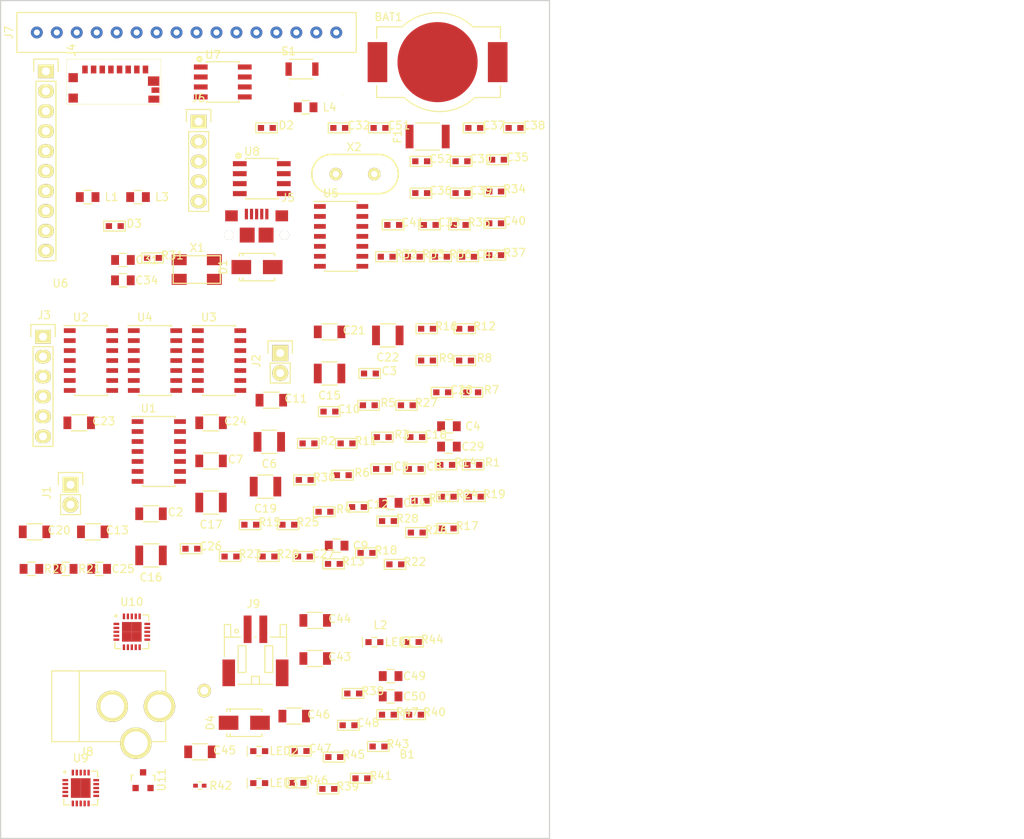
<source format=kicad_pcb>
(kicad_pcb (version 4) (host pcbnew 4.0.5-e0-6337~49~ubuntu16.04.1)
  (title_block (title "McPhail Trap Main Board") (date "18 Jul 2017") (rev 1.0) (company "CERN Open Hardware License v1.2") (comment 1 jenner@wickerbox.net) (comment 2 http://wickerbox.net) (comment 3 "Wickerbox Electronics"))
  (layers (0 F.Cu signal) (31 B.Cu signal) (34 B.Paste user) (35 F.Paste user) (36 B.SilkS user) (37 F.SilkS user) (38 B.Mask user) (39 F.Mask user) (44 Edge.Cuts user))
  (net 0 "")
  (net 1 "Net-(BAT1-Pad1)")
  (net 2 GND)
  (net 3 "Net-(C2-Pad1)")
  (net 4 "Net-(C2-Pad2)")
  (net 5 +5V)
  (net 6 "Net-(C4-Pad1)")
  (net 7 "Net-(C5-Pad1)")
  (net 8 "Net-(C10-Pad2)")
  (net 9 "Net-(C11-Pad2)")
  (net 10 "Net-(C8-Pad1)")
  (net 11 "Net-(C8-Pad2)")
  (net 12 "/Photodiode Signal Input Conditioning/VREF")
  (net 13 "Net-(C10-Pad1)")
  (net 14 "Net-(C11-Pad1)")
  (net 15 "Net-(C12-Pad1)")
  (net 16 "Net-(C12-Pad2)")
  (net 17 "Net-(C13-Pad1)")
  (net 18 "Net-(C15-Pad2)")
  (net 19 "Net-(C16-Pad1)")
  (net 20 "Net-(C17-Pad1)")
  (net 21 "/Photodiode Signal Input Conditioning/LINE_IN")
  (net 22 "Net-(C18-Pad2)")
  (net 23 "Net-(C19-Pad1)")
  (net 24 "Net-(C20-Pad1)")
  (net 25 "Net-(C21-Pad1)")
  (net 26 "Net-(C21-Pad2)")
  (net 27 /A0)
  (net 28 "Net-(C23-Pad1)")
  (net 29 "Net-(C24-Pad1)")
  (net 30 +3V3)
  (net 31 "Net-(C27-Pad1)")
  (net 32 "Net-(C28-Pad1)")
  (net 33 "Net-(C28-Pad2)")
  (net 34 "Net-(C33-Pad1)")
  (net 35 /Microcontroller/VUSB_IN)
  (net 36 "Net-(C35-Pad1)")
  (net 37 "Net-(C40-Pad1)")
  (net 38 "Net-(C42-Pad1)")
  (net 39 VUSB)
  (net 40 "/Input Power/VCC")
  (net 41 VBAT)
  (net 42 "Net-(C47-Pad1)")
  (net 43 "Net-(C48-Pad1)")
  (net 44 /~PG)
  (net 45 "Net-(D1-Pad2)")
  (net 46 VIN)
  (net 47 "Net-(D4-Pad2)")
  (net 48 "Net-(J2-Pad1)")
  (net 49 /A2)
  (net 50 /A1)
  (net 51 /Microcontroller/MISO)
  (net 52 /Microcontroller/SCLK)
  (net 53 /Microcontroller/MOSI)
  (net 54 /Microcontroller/~RESET)
  (net 55 "Net-(LED1-Pad1)")
  (net 56 "Net-(LED2-Pad1)")
  (net 57 "Net-(LED3-Pad1)")
  (net 58 "Net-(R7-Pad2)")
  (net 59 "Net-(R22-Pad1)")
  (net 60 "Net-(R24-Pad1)")
  (net 61 /Microcontroller/USB_D-)
  (net 62 /Microcontroller/USB_D+)
  (net 63 /Microcontroller/SCL)
  (net 64 /Microcontroller/SDA)
  (net 65 /Microcontroller/MFP)
  (net 66 "Net-(R37-Pad1)")
  (net 67 "/Input Power/STAT1")
  (net 68 "/Input Power/STAT2")
  (net 69 "/Input Power/THERM")
  (net 70 "/Input Power/PROG1")
  (net 71 "/Input Power/PROG3")
  (net 72 "Net-(U3-Pad10)")
  (net 73 /Microcontroller/D4_CS)
  (net 74 /Microcontroller/VDDANA)
  (net 75 AGND)
  (net 76 "Net-(J5-Pad5)")
  (net 77 /Microcontroller/SWCLK)
  (net 78 "Net-(R31-Pad2)")
  (module Wickerlib:UNDEFINED (layer F.Cu) (at 99.990666 111.979)
    (fp_text reference B1 (at 0 0.5) (layer F.SilkS))
    (fp_text value LIPO)
  )
  (module Wickerlib:BATT-HOLDER-CR1220-BK-916 (layer F.Cu) (at 103.864321 24.345389)
    (fp_text reference BAT1)
    (fp_text value 3V hide)
    (fp_text user %R (at -6.25 -5.75) (layer F.SilkS))
    (pad 1 smd rect (at 7.65 0) (size 2.5 5.1) (layers F.Cu F.Paste F.Mask) (net 1 "Net-(BAT1-Pad1)"))
    (pad 1 smd rect (at -7.65 0) (size 2.5 5.1) (layers F.Cu F.Paste F.Mask) (net 1 "Net-(BAT1-Pad1)"))
    (pad GND smd circle (at 0 0) (size 10.2 10.2) (layers F.Cu F.Mask) (net 2 GND))
  )
  (module Wickerlib:RLC-1206-SMD (layer F.Cu) (at 67.399001 81.849001)
    (fp_text reference C2 (at 3.1256 -0.2032) (layer F.SilkS))
    (fp_text value DNP hide)
    (pad 1 smd rect (at -1.5 0) (size 1 1.6) (layers F.Cu F.Paste F.Mask) (net 3 "Net-(C2-Pad1)"))
    (pad 2 smd rect (at 1.5 0) (size 1 1.6) (layers F.Cu F.Paste F.Mask) (net 4 "Net-(C2-Pad2)"))
  )
  (module Wickerlib:RLC-0603-SMD (layer F.Cu) (at 95.253524 63.989001)
    (fp_text reference C3)
    (fp_text value 270nF hide)
    (fp_text user %R (at 2.4645 -0.3175) (layer F.SilkS))
    (pad 1 smd rect (at -0.75 0) (size 0.8 0.75) (layers F.Cu F.Paste F.Mask) (net 5 +5V))
    (pad 2 smd rect (at 0.75 0) (size 0.8 0.75) (layers F.Cu F.Paste F.Mask) (net 2 GND))
  )
  (module Wickerlib:RLC-0805-SMD (layer F.Cu) (at 105.309001 70.705001)
    (fp_text reference C4)
    (fp_text value 1uF hide)
    (fp_text user %R (at 3.048 0) (layer F.SilkS))
    (pad 1 smd rect (at -1 0) (size 1 1.25) (layers F.Cu F.Paste F.Mask) (net 6 "Net-(C4-Pad1)"))
    (pad 2 smd rect (at 1 0) (size 1 1.25) (layers F.Cu F.Paste F.Mask) (net 75 AGND))
  )
  (module Wickerlib:RLC-0603-SMD (layer F.Cu) (at 96.787333 76.139001)
    (fp_text reference C5)
    (fp_text value 39nF hide)
    (fp_text user %R (at 2.4645 -0.3175) (layer F.SilkS))
    (pad 1 smd rect (at -0.75 0) (size 0.8 0.75) (layers F.Cu F.Paste F.Mask) (net 7 "Net-(C5-Pad1)"))
    (pad 2 smd rect (at 0.75 0) (size 0.8 0.75) (layers F.Cu F.Paste F.Mask) (net 8 "Net-(C10-Pad2)"))
  )
  (module Wickerlib:RLC-1210-SMD (layer F.Cu) (at 82.449001 72.689001)
    (fp_text reference C6)
    (fp_text value 22uF hide)
    (fp_text user %R (at 0 2.794) (layer F.SilkS))
    (pad 1 smd rect (at -1.5 0) (size 1 2.5) (layers F.Cu F.Paste F.Mask) (net 8 "Net-(C10-Pad2)"))
    (pad 2 smd rect (at 1.5 0) (size 1 2.5) (layers F.Cu F.Paste F.Mask) (net 75 AGND))
  )
  (module Wickerlib:RLC-1206-SMD (layer F.Cu) (at 75.039001 75.119001)
    (fp_text reference C7 (at 3.1256 -0.2032) (layer F.SilkS))
    (fp_text value 1.5uF hide)
    (pad 1 smd rect (at -1.5 0) (size 1 1.6) (layers F.Cu F.Paste F.Mask) (net 9 "Net-(C11-Pad2)"))
    (pad 2 smd rect (at 1.5 0) (size 1 1.6) (layers F.Cu F.Paste F.Mask) (net 3 "Net-(C2-Pad1)"))
  )
  (module Wickerlib:RLC-0603-SMD (layer F.Cu) (at 100.957333 76.139001)
    (fp_text reference C8)
    (fp_text value 10nF hide)
    (fp_text user %R (at 2.4645 -0.3175) (layer F.SilkS))
    (pad 1 smd rect (at -0.75 0) (size 0.8 0.75) (layers F.Cu F.Paste F.Mask) (net 10 "Net-(C8-Pad1)"))
    (pad 2 smd rect (at 0.75 0) (size 0.8 0.75) (layers F.Cu F.Paste F.Mask) (net 11 "Net-(C8-Pad2)"))
  )
  (module Wickerlib:RLC-0805-SMD (layer F.Cu) (at 91.019001 85.905001)
    (fp_text reference C9)
    (fp_text value 1uF hide)
    (fp_text user %R (at 3.048 0) (layer F.SilkS))
    (pad 1 smd rect (at -1 0) (size 1 1.25) (layers F.Cu F.Paste F.Mask) (net 12 "/Photodiode Signal Input Conditioning/VREF"))
    (pad 2 smd rect (at 1 0) (size 1 1.25) (layers F.Cu F.Paste F.Mask) (net 75 AGND))
  )
  (module Wickerlib:RLC-0603-SMD (layer F.Cu) (at 90.103524 68.839001)
    (fp_text reference C10)
    (fp_text value 270nF hide)
    (fp_text user %R (at 2.4645 -0.3175) (layer F.SilkS))
    (pad 1 smd rect (at -0.75 0) (size 0.8 0.75) (layers F.Cu F.Paste F.Mask) (net 13 "Net-(C10-Pad1)"))
    (pad 2 smd rect (at 0.75 0) (size 0.8 0.75) (layers F.Cu F.Paste F.Mask) (net 8 "Net-(C10-Pad2)"))
  )
  (module Wickerlib:RLC-1206-SMD (layer F.Cu) (at 82.709001 67.389001)
    (fp_text reference C11 (at 3.1256 -0.2032) (layer F.SilkS))
    (fp_text value 1.5uF hide)
    (pad 1 smd rect (at -1.5 0) (size 1 1.6) (layers F.Cu F.Paste F.Mask) (net 14 "Net-(C11-Pad1)"))
    (pad 2 smd rect (at 1.5 0) (size 1 1.6) (layers F.Cu F.Paste F.Mask) (net 9 "Net-(C11-Pad2)"))
  )
  (module Wickerlib:RLC-0603-SMD (layer F.Cu) (at 93.737333 80.989001)
    (fp_text reference C12)
    (fp_text value 10nF hide)
    (fp_text user %R (at 2.4645 -0.3175) (layer F.SilkS))
    (pad 1 smd rect (at -0.75 0) (size 0.8 0.75) (layers F.Cu F.Paste F.Mask) (net 15 "Net-(C12-Pad1)"))
    (pad 2 smd rect (at 0.75 0) (size 0.8 0.75) (layers F.Cu F.Paste F.Mask) (net 16 "Net-(C12-Pad2)"))
  )
  (module Wickerlib:RLC-1206-SMD (layer F.Cu) (at 59.989001 84.149001)
    (fp_text reference C13 (at 3.1256 -0.2032) (layer F.SilkS))
    (fp_text value 1.5uF hide)
    (pad 1 smd rect (at -1.5 0) (size 1 1.6) (layers F.Cu F.Paste F.Mask) (net 17 "Net-(C13-Pad1)"))
    (pad 2 smd rect (at 1.5 0) (size 1 1.6) (layers F.Cu F.Paste F.Mask) (net 9 "Net-(C11-Pad2)"))
  )
  (module Wickerlib:RLC-0805-SMD (layer F.Cu) (at 97.899001 80.455001)
    (fp_text reference C14)
    (fp_text value 1uF hide)
    (fp_text user %R (at 3.048 0) (layer F.SilkS))
    (pad 1 smd rect (at -1 0) (size 1 1.25) (layers F.Cu F.Paste F.Mask) (net 5 +5V))
    (pad 2 smd rect (at 1 0) (size 1 1.25) (layers F.Cu F.Paste F.Mask) (net 75 AGND))
  )
  (module Wickerlib:RLC-1210-SMD (layer F.Cu) (at 90.119001 63.989001)
    (fp_text reference C15)
    (fp_text value 22uF hide)
    (fp_text user %R (at 0 2.794) (layer F.SilkS))
    (pad 1 smd rect (at -1.5 0) (size 1 2.5) (layers F.Cu F.Paste F.Mask) (net 15 "Net-(C12-Pad1)"))
    (pad 2 smd rect (at 1.5 0) (size 1 2.5) (layers F.Cu F.Paste F.Mask) (net 18 "Net-(C15-Pad2)"))
  )
  (module Wickerlib:RLC-1210-SMD (layer F.Cu) (at 67.399001 87.149001)
    (fp_text reference C16)
    (fp_text value 2.2uF hide)
    (fp_text user %R (at 0 2.794) (layer F.SilkS))
    (pad 1 smd rect (at -1.5 0) (size 1 2.5) (layers F.Cu F.Paste F.Mask) (net 19 "Net-(C16-Pad1)"))
    (pad 2 smd rect (at 1.5 0) (size 1 2.5) (layers F.Cu F.Paste F.Mask) (net 17 "Net-(C13-Pad1)"))
  )
  (module Wickerlib:RLC-1210-SMD (layer F.Cu) (at 75.039001 80.419001)
    (fp_text reference C17)
    (fp_text value 2.2uF hide)
    (fp_text user %R (at 0 2.794) (layer F.SilkS))
    (pad 1 smd rect (at -1.5 0) (size 1 2.5) (layers F.Cu F.Paste F.Mask) (net 20 "Net-(C17-Pad1)"))
    (pad 2 smd rect (at 1.5 0) (size 1 2.5) (layers F.Cu F.Paste F.Mask) (net 19 "Net-(C16-Pad1)"))
  )
  (module Wickerlib:RLC-0603-SMD (layer F.Cu) (at 101.147333 72.089001)
    (fp_text reference C18)
    (fp_text value 33pF hide)
    (fp_text user %R (at 2.4645 -0.3175) (layer F.SilkS))
    (pad 1 smd rect (at -0.75 0) (size 0.8 0.75) (layers F.Cu F.Paste F.Mask) (net 21 "/Photodiode Signal Input Conditioning/LINE_IN"))
    (pad 2 smd rect (at 0.75 0) (size 0.8 0.75) (layers F.Cu F.Paste F.Mask) (net 22 "Net-(C18-Pad2)"))
  )
  (module Wickerlib:RLC-1210-SMD (layer F.Cu) (at 81.969001 78.389001)
    (fp_text reference C19)
    (fp_text value 2.2uF hide)
    (fp_text user %R (at 0 2.794) (layer F.SilkS))
    (pad 1 smd rect (at -1.5 0) (size 1 2.5) (layers F.Cu F.Paste F.Mask) (net 23 "Net-(C19-Pad1)"))
    (pad 2 smd rect (at 1.5 0) (size 1 2.5) (layers F.Cu F.Paste F.Mask) (net 19 "Net-(C16-Pad1)"))
  )
  (module Wickerlib:RLC-1206-SMD (layer F.Cu) (at 52.579001 84.149001)
    (fp_text reference C20 (at 3.1256 -0.2032) (layer F.SilkS))
    (fp_text value 4.7uF hide)
    (pad 1 smd rect (at -1.5 0) (size 1 1.6) (layers F.Cu F.Paste F.Mask) (net 24 "Net-(C20-Pad1)"))
    (pad 2 smd rect (at 1.5 0) (size 1 1.6) (layers F.Cu F.Paste F.Mask) (net 23 "Net-(C19-Pad1)"))
  )
  (module Wickerlib:RLC-1206-SMD (layer F.Cu) (at 90.119001 58.689001)
    (fp_text reference C21 (at 3.1256 -0.2032) (layer F.SilkS))
    (fp_text value 4.7uF hide)
    (pad 1 smd rect (at -1.5 0) (size 1 1.6) (layers F.Cu F.Paste F.Mask) (net 25 "Net-(C21-Pad1)"))
    (pad 2 smd rect (at 1.5 0) (size 1 1.6) (layers F.Cu F.Paste F.Mask) (net 26 "Net-(C21-Pad2)"))
  )
  (module Wickerlib:RLC-1210-SMD (layer F.Cu) (at 97.529001 59.139001)
    (fp_text reference C22)
    (fp_text value 2.2uF hide)
    (fp_text user %R (at 0 2.794) (layer F.SilkS))
    (pad 1 smd rect (at -1.5 0) (size 1 2.5) (layers F.Cu F.Paste F.Mask) (net 27 /A0))
    (pad 2 smd rect (at 1.5 0) (size 1 2.5) (layers F.Cu F.Paste F.Mask) (net 21 "/Photodiode Signal Input Conditioning/LINE_IN"))
  )
  (module Wickerlib:RLC-1206-SMD (layer F.Cu) (at 58.259001 70.269001)
    (fp_text reference C23 (at 3.1256 -0.2032) (layer F.SilkS))
    (fp_text value 4.7uF hide)
    (pad 1 smd rect (at -1.5 0) (size 1 1.6) (layers F.Cu F.Paste F.Mask) (net 28 "Net-(C23-Pad1)"))
    (pad 2 smd rect (at 1.5 0) (size 1 1.6) (layers F.Cu F.Paste F.Mask) (net 24 "Net-(C20-Pad1)"))
  )
  (module Wickerlib:RLC-1206-SMD (layer F.Cu) (at 75.039001 70.269001)
    (fp_text reference C24 (at 3.1256 -0.2032) (layer F.SilkS))
    (fp_text value 4.7uF hide)
    (pad 1 smd rect (at -1.5 0) (size 1 1.6) (layers F.Cu F.Paste F.Mask) (net 29 "Net-(C24-Pad1)"))
    (pad 2 smd rect (at 1.5 0) (size 1 1.6) (layers F.Cu F.Paste F.Mask) (net 24 "Net-(C20-Pad1)"))
  )
  (module Wickerlib:RLC-0805-SMD (layer F.Cu) (at 60.807333 88.865001)
    (fp_text reference C25)
    (fp_text value 10uF hide)
    (fp_text user %R (at 3.048 0) (layer F.SilkS))
    (pad 1 smd rect (at -1 0) (size 1 1.25) (layers F.Cu F.Paste F.Mask) (net 30 +3V3))
    (pad 2 smd rect (at 1 0) (size 1 1.25) (layers F.Cu F.Paste F.Mask) (net 2 GND))
  )
  (module Wickerlib:RLC-0603-SMD (layer F.Cu) (at 72.533524 86.299001)
    (fp_text reference C26)
    (fp_text value 100nF hide)
    (fp_text user %R (at 2.4645 -0.3175) (layer F.SilkS))
    (pad 1 smd rect (at -0.75 0) (size 0.8 0.75) (layers F.Cu F.Paste F.Mask) (net 30 +3V3))
    (pad 2 smd rect (at 0.75 0) (size 0.8 0.75) (layers F.Cu F.Paste F.Mask) (net 2 GND))
  )
  (module Wickerlib:RLC-0603-SMD (layer F.Cu) (at 86.857333 87.289001)
    (fp_text reference C27)
    (fp_text value 22nF hide)
    (fp_text user %R (at 2.4645 -0.3175) (layer F.SilkS))
    (pad 1 smd rect (at -0.75 0) (size 0.8 0.75) (layers F.Cu F.Paste F.Mask) (net 31 "Net-(C27-Pad1)"))
    (pad 2 smd rect (at 0.75 0) (size 0.8 0.75) (layers F.Cu F.Paste F.Mask) (net 8 "Net-(C10-Pad2)"))
  )
  (module Wickerlib:RLC-0603-SMD (layer F.Cu) (at 104.457333 66.389001)
    (fp_text reference C28)
    (fp_text value 10nF hide)
    (fp_text user %R (at 2.4645 -0.3175) (layer F.SilkS))
    (pad 1 smd rect (at -0.75 0) (size 0.8 0.75) (layers F.Cu F.Paste F.Mask) (net 32 "Net-(C28-Pad1)"))
    (pad 2 smd rect (at 0.75 0) (size 0.8 0.75) (layers F.Cu F.Paste F.Mask) (net 33 "Net-(C28-Pad2)"))
  )
  (module Wickerlib:RLC-0805-SMD (layer F.Cu) (at 105.309001 73.295001)
    (fp_text reference C29)
    (fp_text value 1uF hide)
    (fp_text user %R (at 3.048 0) (layer F.SilkS))
    (pad 1 smd rect (at -1 0) (size 1 1.25) (layers F.Cu F.Paste F.Mask) (net 5 +5V))
    (pad 2 smd rect (at 1 0) (size 1 1.25) (layers F.Cu F.Paste F.Mask) (net 75 AGND))
  )
  (module Wickerlib:RLC-0603-SMD (layer F.Cu) (at 106.903524 36.969001)
    (fp_text reference C30)
    (fp_text value 100nF hide)
    (fp_text user %R (at 2.4645 -0.3175) (layer F.SilkS))
    (pad 1 smd rect (at -0.75 0) (size 0.8 0.75) (layers F.Cu F.Paste F.Mask) (net 30 +3V3))
    (pad 2 smd rect (at 0.75 0) (size 0.8 0.75) (layers F.Cu F.Paste F.Mask) (net 2 GND))
  )
  (module Wickerlib:RLC-0805-SMD (layer F.Cu) (at 63.827333 49.535001)
    (fp_text reference C31)
    (fp_text value 10uF hide)
    (fp_text user %R (at 3.048 0) (layer F.SilkS))
    (pad 1 smd rect (at -1 0) (size 1 1.25) (layers F.Cu F.Paste F.Mask) (net 74 /Microcontroller/VDDANA))
    (pad 2 smd rect (at 1 0) (size 1 1.25) (layers F.Cu F.Paste F.Mask) (net 75 AGND))
  )
  (module Wickerlib:RLC-0603-SMD (layer F.Cu) (at 91.353524 32.719001)
    (fp_text reference C32)
    (fp_text value 100nF hide)
    (fp_text user %R (at 2.4645 -0.3175) (layer F.SilkS))
    (pad 1 smd rect (at -0.75 0) (size 0.8 0.75) (layers F.Cu F.Paste F.Mask) (net 30 +3V3))
    (pad 2 smd rect (at 0.75 0) (size 0.8 0.75) (layers F.Cu F.Paste F.Mask) (net 2 GND))
  )
  (module Wickerlib:RLC-0603-SMD (layer F.Cu) (at 102.867333 45.069001)
    (fp_text reference C33)
    (fp_text value 22pF hide)
    (fp_text user %R (at 2.4645 -0.3175) (layer F.SilkS))
    (pad 1 smd rect (at -0.75 0) (size 0.8 0.75) (layers F.Cu F.Paste F.Mask) (net 34 "Net-(C33-Pad1)"))
    (pad 2 smd rect (at 0.75 0) (size 0.8 0.75) (layers F.Cu F.Paste F.Mask) (net 2 GND))
  )
  (module Wickerlib:RLC-0805-SMD (layer F.Cu) (at 63.819001 52.125001)
    (fp_text reference C34)
    (fp_text value 1uF hide)
    (fp_text user %R (at 3.048 0) (layer F.SilkS))
    (pad 1 smd rect (at -1 0) (size 1 1.25) (layers F.Cu F.Paste F.Mask))
    (pad 2 smd rect (at 1 0) (size 1 1.25) (layers F.Cu F.Paste F.Mask) (net 2 GND))
  )
  (module Wickerlib:RLC-0603-SMD (layer F.Cu) (at 111.547333 36.769001)
    (fp_text reference C35)
    (fp_text value 22pF hide)
    (fp_text user %R (at 2.4645 -0.3175) (layer F.SilkS))
    (pad 1 smd rect (at -0.75 0) (size 0.8 0.75) (layers F.Cu F.Paste F.Mask) (net 36 "Net-(C35-Pad1)"))
    (pad 2 smd rect (at 0.75 0) (size 0.8 0.75) (layers F.Cu F.Paste F.Mask) (net 2 GND))
  )
  (module Wickerlib:RLC-0603-SMD (layer F.Cu) (at 101.783524 41.019001)
    (fp_text reference C36)
    (fp_text value 100nF hide)
    (fp_text user %R (at 2.4645 -0.3175) (layer F.SilkS))
    (pad 1 smd rect (at -0.75 0) (size 0.8 0.75) (layers F.Cu F.Paste F.Mask) (net 30 +3V3))
    (pad 2 smd rect (at 0.75 0) (size 0.8 0.75) (layers F.Cu F.Paste F.Mask) (net 2 GND))
  )
  (module Wickerlib:RLC-0603-SMD (layer F.Cu) (at 108.533524 32.719001)
    (fp_text reference C37)
    (fp_text value 100nF hide)
    (fp_text user %R (at 2.4645 -0.3175) (layer F.SilkS))
    (pad 1 smd rect (at -0.75 0) (size 0.8 0.75) (layers F.Cu F.Paste F.Mask) (net 30 +3V3))
    (pad 2 smd rect (at 0.75 0) (size 0.8 0.75) (layers F.Cu F.Paste F.Mask) (net 2 GND))
  )
  (module Wickerlib:RLC-0603-SMD (layer F.Cu) (at 113.653524 32.719001)
    (fp_text reference C38)
    (fp_text value 100nF hide)
    (fp_text user %R (at 2.4645 -0.3175) (layer F.SilkS))
    (pad 1 smd rect (at -0.75 0) (size 0.8 0.75) (layers F.Cu F.Paste F.Mask) (net 30 +3V3))
    (pad 2 smd rect (at 0.75 0) (size 0.8 0.75) (layers F.Cu F.Paste F.Mask) (net 2 GND))
  )
  (module Wickerlib:RLC-0603-SMD (layer F.Cu) (at 106.903524 41.019001)
    (fp_text reference C39)
    (fp_text value 100nF hide)
    (fp_text user %R (at 2.4645 -0.3175) (layer F.SilkS))
    (pad 1 smd rect (at -0.75 0) (size 0.8 0.75) (layers F.Cu F.Paste F.Mask) (net 30 +3V3))
    (pad 2 smd rect (at 0.75 0) (size 0.8 0.75) (layers F.Cu F.Paste F.Mask) (net 2 GND))
  )
  (module Wickerlib:RLC-0603-SMD (layer F.Cu) (at 111.189001 44.869001)
    (fp_text reference C40)
    (fp_text value 2pF hide)
    (fp_text user %R (at 2.4645 -0.3175) (layer F.SilkS))
    (pad 1 smd rect (at -0.75 0) (size 0.8 0.75) (layers F.Cu F.Paste F.Mask) (net 37 "Net-(C40-Pad1)"))
    (pad 2 smd rect (at 0.75 0) (size 0.8 0.75) (layers F.Cu F.Paste F.Mask) (net 2 GND))
  )
  (module Wickerlib:RLC-0603-SMD (layer F.Cu) (at 98.223524 45.069001)
    (fp_text reference C41)
    (fp_text value 100pF hide)
    (fp_text user %R (at 2.4645 -0.3175) (layer F.SilkS))
    (pad 1 smd rect (at -0.75 0) (size 0.8 0.75) (layers F.Cu F.Paste F.Mask) (net 1 "Net-(BAT1-Pad1)"))
    (pad 2 smd rect (at 0.75 0) (size 0.8 0.75) (layers F.Cu F.Paste F.Mask) (net 2 GND))
  )
  (module Wickerlib:RLC-0603-SMD (layer F.Cu) (at 107.739001 49.119001)
    (fp_text reference C42)
    (fp_text value 2pF hide)
    (fp_text user %R (at 2.4645 -0.3175) (layer F.SilkS))
    (pad 1 smd rect (at -0.75 0) (size 0.8 0.75) (layers F.Cu F.Paste F.Mask) (net 38 "Net-(C42-Pad1)"))
    (pad 2 smd rect (at 0.75 0) (size 0.8 0.75) (layers F.Cu F.Paste F.Mask) (net 2 GND))
  )
  (module Wickerlib:RLC-1206-SMD (layer F.Cu) (at 88.289001 100.279001)
    (fp_text reference C43 (at 3.1256 -0.2032) (layer F.SilkS))
    (fp_text value 4.7uF hide)
    (pad 1 smd rect (at -1.5 0) (size 1 1.6) (layers F.Cu F.Paste F.Mask) (net 39 VUSB))
    (pad 2 smd rect (at 1.5 0) (size 1 1.6) (layers F.Cu F.Paste F.Mask) (net 2 GND))
  )
  (module Wickerlib:RLC-1206-SMD (layer F.Cu) (at 88.289001 95.429001)
    (fp_text reference C44 (at 3.1256 -0.2032) (layer F.SilkS))
    (fp_text value 4.7uF hide)
    (pad 1 smd rect (at -1.5 0) (size 1 1.6) (layers F.Cu F.Paste F.Mask) (net 40 "/Input Power/VCC"))
    (pad 2 smd rect (at 1.5 0) (size 1 1.6) (layers F.Cu F.Paste F.Mask) (net 2 GND))
  )
  (module Wickerlib:RLC-1206-SMD (layer F.Cu) (at 73.629001 112.159001)
    (fp_text reference C45 (at 3.1256 -0.2032) (layer F.SilkS))
    (fp_text value 4.7uF hide)
    (pad 1 smd rect (at -1.5 0) (size 1 1.6) (layers F.Cu F.Paste F.Mask) (net 41 VBAT))
    (pad 2 smd rect (at 1.5 0) (size 1 1.6) (layers F.Cu F.Paste F.Mask) (net 2 GND))
  )
  (module Wickerlib:RLC-1206-SMD (layer F.Cu) (at 85.619001 107.609001)
    (fp_text reference C46 (at 3.1256 -0.2032) (layer F.SilkS))
    (fp_text value 4.7uF hide)
    (pad 1 smd rect (at -1.5 0) (size 1 1.6) (layers F.Cu F.Paste F.Mask) (net 40 "/Input Power/VCC"))
    (pad 2 smd rect (at 1.5 0) (size 1 1.6) (layers F.Cu F.Paste F.Mask) (net 2 GND))
  )
  (module Wickerlib:RLC-0603-SMD (layer F.Cu) (at 86.433524 112.059001)
    (fp_text reference C47)
    (fp_text value 100nF hide)
    (fp_text user %R (at 2.4645 -0.3175) (layer F.SilkS))
    (pad 1 smd rect (at -0.75 0) (size 0.8 0.75) (layers F.Cu F.Paste F.Mask) (net 42 "Net-(C47-Pad1)"))
    (pad 2 smd rect (at 0.75 0) (size 0.8 0.75) (layers F.Cu F.Paste F.Mask) (net 2 GND))
  )
  (module Wickerlib:RLC-0603-SMD (layer F.Cu) (at 92.537333 108.779001)
    (fp_text reference C48)
    (fp_text value 10pF hide)
    (fp_text user %R (at 2.4645 -0.3175) (layer F.SilkS))
    (pad 1 smd rect (at -0.75 0) (size 0.8 0.75) (layers F.Cu F.Paste F.Mask) (net 43 "Net-(C48-Pad1)"))
    (pad 2 smd rect (at 0.75 0) (size 0.8 0.75) (layers F.Cu F.Paste F.Mask) (net 44 /~PG))
  )
  (module Wickerlib:RLC-0805-SMD (layer F.Cu) (at 97.889001 102.515001)
    (fp_text reference C49)
    (fp_text value 1uF hide)
    (fp_text user %R (at 3.048 0) (layer F.SilkS))
    (pad 1 smd rect (at -1 0) (size 1 1.25) (layers F.Cu F.Paste F.Mask) (net 5 +5V))
    (pad 2 smd rect (at 1 0) (size 1 1.25) (layers F.Cu F.Paste F.Mask) (net 2 GND))
  )
  (module Wickerlib:RLC-0805-SMD (layer F.Cu) (at 97.889001 105.105001)
    (fp_text reference C50)
    (fp_text value 1uF hide)
    (fp_text user %R (at 3.048 0) (layer F.SilkS))
    (pad 1 smd rect (at -1 0) (size 1 1.25) (layers F.Cu F.Paste F.Mask) (net 30 +3V3))
    (pad 2 smd rect (at 1 0) (size 1 1.25) (layers F.Cu F.Paste F.Mask) (net 2 GND))
  )
  (module Wickerlib:RLC-0603-SMD (layer F.Cu) (at 96.473524 32.719001)
    (fp_text reference C51)
    (fp_text value 100nF hide)
    (fp_text user %R (at 2.4645 -0.3175) (layer F.SilkS))
    (pad 1 smd rect (at -0.75 0) (size 0.8 0.75) (layers F.Cu F.Paste F.Mask) (net 54 /Microcontroller/~RESET))
    (pad 2 smd rect (at 0.75 0) (size 0.8 0.75) (layers F.Cu F.Paste F.Mask) (net 2 GND))
  )
  (module Wickerlib:RLC-0603-SMD (layer F.Cu) (at 101.783524 36.969001)
    (fp_text reference C52)
    (fp_text value 100nF hide)
    (fp_text user %R (at 2.4645 -0.3175) (layer F.SilkS))
    (pad 1 smd rect (at -0.75 0) (size 0.8 0.75) (layers F.Cu F.Paste F.Mask) (net 74 /Microcontroller/VDDANA))
    (pad 2 smd rect (at 0.75 0) (size 0.8 0.75) (layers F.Cu F.Paste F.Mask) (net 75 AGND))
  )
  (module Wickerlib:DIODE-SMA (layer F.Cu) (at 80.889001 50.439001)
    (fp_text reference D1)
    (fp_text value "20V 1A" hide)
    (fp_text user %R (at -4.318 0 90) (layer F.SilkS))
    (pad 1 smd rect (at -1.99898 0) (size 2.49936 1.80086) (layers F.Cu F.Paste F.Mask) (net 39 VUSB))
    (pad 2 smd rect (at 1.99898 0) (size 2.49936 1.80086) (layers F.Cu F.Paste F.Mask) (net 45 "Net-(D1-Pad2)"))
  )
  (module Wickerlib:RLC-0603-SMD (layer F.Cu) (at 82.138762 32.719001)
    (fp_text reference D2)
    (fp_text value CG0603MLC-05E hide)
    (fp_text user %R (at 2.4645 -0.3175) (layer F.SilkS))
    (pad 1 smd rect (at -0.75 0) (size 0.8 0.75) (layers F.Cu F.Paste F.Mask) (net 61 /Microcontroller/USB_D-))
    (pad 2 smd rect (at 0.75 0) (size 0.8 0.75) (layers F.Cu F.Paste F.Mask) (net 2 GND))
  )
  (module Wickerlib:RLC-0603-SMD (layer F.Cu) (at 62.788762 45.219001)
    (fp_text reference D3)
    (fp_text value CG0603MLC-05E hide)
    (fp_text user %R (at 2.4645 -0.3175) (layer F.SilkS))
    (pad 1 smd rect (at -0.75 0) (size 0.8 0.75) (layers F.Cu F.Paste F.Mask) (net 62 /Microcontroller/USB_D+))
    (pad 2 smd rect (at 0.75 0) (size 0.8 0.75) (layers F.Cu F.Paste F.Mask) (net 2 GND))
  )
  (module Wickerlib:DIODE-SMA (layer F.Cu) (at 79.269001 108.459001)
    (fp_text reference D4)
    (fp_text value "20V 1A" hide)
    (fp_text user %R (at -4.318 0 90) (layer F.SilkS))
    (pad 1 smd rect (at -1.99898 0) (size 2.49936 1.80086) (layers F.Cu F.Paste F.Mask) (net 46 VIN))
    (pad 2 smd rect (at 1.99898 0) (size 2.49936 1.80086) (layers F.Cu F.Paste F.Mask) (net 47 "Net-(D4-Pad2)"))
  )
  (module Wickerlib:RLC-1812-SMD (layer F.Cu) (at 102.599001 33.819001)
    (fp_text reference F1)
    (fp_text value 500mA hide)
    (fp_text user %R (at -3.81 0 90) (layer F.SilkS))
    (pad 1 smd rect (at -2.3 0) (size 1 3) (layers F.Cu F.Paste F.Mask) (net 45 "Net-(D1-Pad2)"))
    (pad 2 smd rect (at 2.3 0) (size 1 3) (layers F.Cu F.Paste F.Mask) (net 35 /Microcontroller/VUSB_IN))
  )
  (module Wickerlib:CONN-HEADER-STRAIGHT-P2.54MM-1x02 (layer F.Cu) (at 57.158762 78.149)
    (fp_text reference J1)
    (fp_text value "INSECT DETECTION" hide)
    (fp_text user %R (at -3.048 1.016 90) (layer F.SilkS))
    (pad 1 thru_hole rect (at 0 0) (size 2.032 2.032) (drill 1.016) (layers *.Cu *.Mask F.SilkS) (net 4 "Net-(C2-Pad2)"))
    (pad 2 thru_hole oval (at 0 2.54) (size 2.032 2.032) (drill 1.016) (layers *.Cu *.Mask F.SilkS) (net 2 GND))
  )
  (module Wickerlib:CONN-HEADER-STRAIGHT-P2.54MM-1x02 (layer F.Cu) (at 83.836381 61.389)
    (fp_text reference J2)
    (fp_text value EMITTERS hide)
    (fp_text user %R (at -3.048 1.016 90) (layer F.SilkS))
    (pad 1 thru_hole rect (at 0 0) (size 2.032 2.032) (drill 1.016) (layers *.Cu *.Mask F.SilkS) (net 48 "Net-(J2-Pad1)"))
    (pad 2 thru_hole oval (at 0 2.54) (size 2.032 2.032) (drill 1.016) (layers *.Cu *.Mask F.SilkS) (net 2 GND))
  )
  (module Wickerlib:CONN-HEADER-STRAIGHT-P2.54MM-1x06 (layer F.Cu) (at 53.659 59.299001)
    (fp_text reference J3)
    (fp_text value BREAKOUT hide)
    (fp_text user %R (at 0.14 -2.74 180) (layer F.SilkS))
    (pad 1 thru_hole rect (at 0 0) (size 2.032 1.7272) (drill 1.016) (layers *.Cu *.Mask F.SilkS) (net 5 +5V))
    (pad 2 thru_hole oval (at 0 2.54) (size 2.032 1.7272) (drill 1.016) (layers *.Cu *.Mask F.SilkS) (net 30 +3V3))
    (pad 3 thru_hole oval (at 0 5.08) (size 2.032 1.7272) (drill 1.016) (layers *.Cu *.Mask F.SilkS) (net 49 /A2))
    (pad 4 thru_hole oval (at 0 7.62) (size 2.032 1.7272) (drill 1.016) (layers *.Cu *.Mask F.SilkS) (net 50 /A1))
    (pad 5 thru_hole oval (at 0 10.16) (size 2.032 1.7272) (drill 1.016) (layers *.Cu *.Mask F.SilkS) (net 27 /A0))
    (pad 6 thru_hole oval (at 0 12.7) (size 2.032 1.7272) (drill 1.016) (layers *.Cu *.Mask F.SilkS) (net 75 AGND))
  )
  (module Wickerlib:CONN-SD-MICRO-MOLEX-0475710001 (layer F.Cu) (at 62.909001 23.959001)
    (fp_text reference J4)
    (fp_text value "MICRO SD" hide)
    (fp_text user %R (at -5.6257 -1.1243 270) (layer F.SilkS))
    (pad G5 smd rect (at 4.8514 5.1) (size 1.4 0.9) (layers F.Cu F.Paste F.Mask))
    (pad G2 smd rect (at -5.4135 4.9635) (size 1.2 1.15) (layers F.Cu F.Paste F.Mask))
    (pad G3 smd rect (at 4.8264 2.8) (size 1.45 1.2) (layers F.Cu F.Paste F.Mask))
    (pad G1 smd rect (at -5.4135 2.3635) (size 1.2 1.15) (layers F.Cu F.Paste F.Mask))
    (pad 7 smd rect (at -2.8135 1.3235) (size 0.7 1) (layers F.Cu F.Paste F.Mask) (net 51 /Microcontroller/MISO))
    (pad 8 smd rect (at -3.9135 1.3235) (size 0.7 1) (layers F.Cu F.Paste F.Mask))
    (pad 6 smd rect (at -1.7135 1.3235) (size 0.7 1) (layers F.Cu F.Paste F.Mask) (net 2 GND))
    (pad 5 smd rect (at -0.6135 1.3235) (size 0.7 1) (layers F.Cu F.Paste F.Mask) (net 52 /Microcontroller/SCLK))
    (pad 4 smd rect (at 0.4865 1.3235) (size 0.7 1) (layers F.Cu F.Paste F.Mask) (net 30 +3V3))
    (pad 1 smd rect (at 3.7865 1.3235) (size 0.7 1) (layers F.Cu F.Paste F.Mask))
    (pad 2 smd rect (at 2.6865 1.3235) (size 0.7 1) (layers F.Cu F.Paste F.Mask) (net 73 /Microcontroller/D4_CS))
    (pad 3 smd rect (at 1.5865 1.3235) (size 0.7 1) (layers F.Cu F.Paste F.Mask) (net 53 /Microcontroller/MOSI))
    (pad G4 smd rect (at 5.0514 3.95) (size 1 0.7) (layers F.Cu F.Paste F.Mask))
  )
  (module Wickerlib:CONN-USB-MICRO-B-AMPHENOL-10118193-0001LF (layer F.Cu) (at 80.839001 46.365201)
    (fp_text reference J5)
    (fp_text value "MICRO USB" hide)
    (fp_text user %R (at 4 -4.75) (layer F.SilkS))
    (pad 1 smd rect (at -1.3 -2.675 90) (size 1.35 0.4) (layers F.Cu F.Paste F.Mask) (net 35 /Microcontroller/VUSB_IN))
    (pad 2 smd rect (at -0.65 -2.675 90) (size 1.35 0.4) (layers F.Cu F.Paste F.Mask) (net 61 /Microcontroller/USB_D-))
    (pad 3 smd rect (at -0.0009 -2.675 90) (size 1.35 0.4) (layers F.Cu F.Paste F.Mask) (net 62 /Microcontroller/USB_D+))
    (pad 4 smd rect (at 0.65 -2.675 90) (size 1.35 0.4) (layers F.Cu F.Paste F.Mask))
    (pad 5 smd rect (at 1.3 -2.675 90) (size 1.35 0.4) (layers F.Cu F.Paste F.Mask) (net 76 "Net-(J5-Pad5)"))
    (pad 6 smd rect (at -3.2 -2.45 90) (size 1.4 1.6) (layers F.Cu F.Paste F.Mask))
    (pad 6 thru_hole circle (at -3.55 0 90) (size 1.2 1.2) (drill 1.2) (layers *.Cu *.Mask F.SilkS))
    (pad 6 smd rect (at -1.2 0 90) (size 1.9 1.9) (layers F.Cu F.Paste F.Mask))
    (pad 6 smd rect (at 1.2 0 90) (size 1.9 1.9) (layers F.Cu F.Paste F.Mask))
    (pad 6 smd rect (at 3.2 -2.45 90) (size 1.4 1.6) (layers F.Cu F.Paste F.Mask))
    (pad 6 thru_hole circle (at 3.55 0 90) (size 1.2 1.2) (drill 1.2) (layers *.Cu *.Mask F.SilkS))
  )
  (module Wickerlib:CONN-HEADER-STRAIGHT-P2.54MM-1x05 (layer F.Cu) (at 73.459 31.919401)
    (fp_text reference J6)
    (fp_text value SWD hide)
    (fp_text user %R (at 0 -3) (layer F.SilkS))
    (pad 1 thru_hole rect (at 0 0) (size 2.032 1.7272) (drill 1.016) (layers *.Cu *.Mask F.SilkS) (net 30 +3V3))
    (pad 2 thru_hole oval (at 0 2.54) (size 2.032 1.7272) (drill 1.016) (layers *.Cu *.Mask F.SilkS))
    (pad 3 thru_hole oval (at 0 5.08) (size 2.032 1.7272) (drill 1.016) (layers *.Cu *.Mask F.SilkS) (net 77 /Microcontroller/SWCLK))
    (pad 4 thru_hole oval (at 0 7.62) (size 2.032 1.7272) (drill 1.016) (layers *.Cu *.Mask F.SilkS) (net 54 /Microcontroller/~RESET))
    (pad 5 thru_hole oval (at 0 10.16) (size 2.032 1.7272) (drill 1.016) (layers *.Cu *.Mask F.SilkS) (net 2 GND))
  )
  (module Wickerlib:BREAKOUT-ADAFRUIT-FONA808-CELL-GPS (layer F.Cu) (at 71.920201 20.569)
    (fp_text reference J7)
    (fp_text value "FONA 808" hide)
    (fp_text user %R (at -22.606 0 90) (layer F.SilkS))
    (pad 1 thru_hole circle (at -19.05 0) (size 1.524 1.524) (drill 0.762) (layers *.Cu *.Mask) (net 5 +5V))
    (pad 2 thru_hole circle (at -16.51 0) (size 1.524 1.524) (drill 0.762) (layers *.Cu *.Mask))
    (pad 3 thru_hole circle (at -13.97 0) (size 1.524 1.524) (drill 0.762) (layers *.Cu *.Mask) (net 2 GND))
    (pad 4 thru_hole circle (at -11.43 0) (size 1.524 1.524) (drill 0.762) (layers *.Cu *.Mask) (net 30 +3V3))
    (pad 5 thru_hole circle (at -8.89 0) (size 1.524 1.524) (drill 0.762) (layers *.Cu *.Mask))
    (pad 6 thru_hole circle (at -6.35 0) (size 1.524 1.524) (drill 0.762) (layers *.Cu *.Mask))
    (pad 7 thru_hole circle (at -3.81 0) (size 1.524 1.524) (drill 0.762) (layers *.Cu *.Mask))
    (pad 8 thru_hole circle (at -1.27 0) (size 1.524 1.524) (drill 0.762) (layers *.Cu *.Mask))
    (pad 9 thru_hole circle (at 1.27 0) (size 1.524 1.524) (drill 0.762) (layers *.Cu *.Mask) (net 2 GND))
    (pad 10 thru_hole circle (at 3.81 0) (size 1.524 1.524) (drill 0.762) (layers *.Cu *.Mask))
    (pad 11 thru_hole circle (at 6.35 0) (size 1.524 1.524) (drill 0.762) (layers *.Cu *.Mask))
    (pad 12 thru_hole circle (at 8.89 0) (size 1.524 1.524) (drill 0.762) (layers *.Cu *.Mask))
    (pad 13 thru_hole circle (at 11.43 0) (size 1.524 1.524) (drill 0.762) (layers *.Cu *.Mask))
    (pad 14 thru_hole circle (at 13.97 0) (size 1.524 1.524) (drill 0.762) (layers *.Cu *.Mask))
    (pad 15 thru_hole circle (at 16.51 0) (size 1.524 1.524) (drill 0.762) (layers *.Cu *.Mask))
    (pad 16 thru_hole circle (at 19.05 0) (size 1.524 1.524) (drill 0.762) (layers *.Cu *.Mask))
  )
  (module Wickerlib:CONN-BARREL-JACK-2.5x5.5MM-TH (layer F.Cu) (at 68.473601 106.460401)
    (fp_text reference J8)
    (fp_text value "INPUT 6V-9V" hide)
    (fp_text user %R (at -9.25054 5.6912) (layer F.SilkS))
    (pad 1 thru_hole circle (at 0.00014 -0.1) (size 4 4) (drill 2.99974) (layers *.Cu *.Mask F.SilkS) (net 47 "Net-(D4-Pad2)"))
    (pad 2 thru_hole circle (at -5.99934 -0.1) (size 4 4) (drill 2.99974) (layers *.Cu *.Mask F.SilkS) (net 2 GND))
    (pad 3 thru_hole circle (at -2.9996 4.599) (size 4 4) (drill 2.99974) (layers *.Cu *.Mask F.SilkS) (net 2 GND))
  )
  (module Wickerlib:CONN-JST-S2B-PH-SM4-TB (layer F.Cu) (at 80.689401 99.329001)
    (fp_text reference J9)
    (fp_text value "JST PH" hide)
    (fp_text user %R (at -0.25 -6) (layer F.SilkS))
    (pad 1 smd rect (at -1 -2.775) (size 1 3.5) (layers F.Cu F.Paste F.Mask) (net 41 VBAT))
    (pad 2 smd rect (at 1 -2.775) (size 1 3.5) (layers F.Cu F.Paste F.Mask) (net 2 GND))
    (pad "" smd rect (at -3.4 2.775) (size 1.6 3.4) (layers F.Cu F.Paste F.Mask))
    (pad "" smd rect (at 3.4 2.775) (size 1.6 3.4) (layers F.Cu F.Paste F.Mask))
  )
  (module Wickerlib:CONN-HEADER-STRAIGHT-P2.54MM-1x10 (layer F.Cu) (at 54.029 25.509401)
    (fp_text reference J10)
    (fp_text value BREAKOUT hide)
    (pad 1 thru_hole rect (at 0 0) (size 2.032 1.7272) (drill 1.016) (layers *.Cu *.Mask F.SilkS) (net 30 +3V3))
    (pad 2 thru_hole oval (at 0 2.54) (size 2.032 1.7272) (drill 1.016) (layers *.Cu *.Mask F.SilkS))
    (pad 3 thru_hole oval (at 0 5.08) (size 2.032 1.7272) (drill 1.016) (layers *.Cu *.Mask F.SilkS))
    (pad 4 thru_hole oval (at 0 7.62) (size 2.032 1.7272) (drill 1.016) (layers *.Cu *.Mask F.SilkS))
    (pad 5 thru_hole oval (at 0 10.16) (size 2.032 1.7272) (drill 1.016) (layers *.Cu *.Mask F.SilkS))
    (pad 6 thru_hole oval (at 0 12.7) (size 2.032 1.7272) (drill 1.016) (layers *.Cu *.Mask F.SilkS))
    (pad 7 thru_hole oval (at 0 15.24) (size 2.032 1.7272) (drill 1.016) (layers *.Cu *.Mask F.SilkS))
    (pad 8 thru_hole oval (at 0 17.78) (size 2.032 1.7272) (drill 1.016) (layers *.Cu *.Mask F.SilkS))
    (pad 9 thru_hole oval (at 0 20.32) (size 2.032 1.7272) (drill 1.016) (layers *.Cu *.Mask F.SilkS))
    (pad 10 thru_hole oval (at 0 22.86) (size 2.032 1.7272) (drill 1.016) (layers *.Cu *.Mask F.SilkS) (net 2 GND))
  )
  (module Wickerlib:RLC-0805-SMD (layer F.Cu) (at 59.336381 41.525001)
    (fp_text reference L1)
    (fp_text value FERRITE hide)
    (fp_text user %R (at 3.048 0) (layer F.SilkS))
    (pad 1 smd rect (at -1 0) (size 1 1.25) (layers F.Cu F.Paste F.Mask) (net 76 "Net-(J5-Pad5)"))
    (pad 2 smd rect (at 1 0) (size 1 1.25) (layers F.Cu F.Paste F.Mask) (net 2 GND))
  )
  (module Wickerlib:UNDEFINED (layer F.Cu) (at 96.588286 95.529)
    (fp_text reference L2 (at 0 0.5) (layer F.SilkS))
    (fp_text value "1uH 11A")
  )
  (module Wickerlib:RLC-0805-SMD (layer F.Cu) (at 65.746381 41.525001)
    (fp_text reference L3)
    (fp_text value FERRITE hide)
    (fp_text user %R (at 3.048 0) (layer F.SilkS))
    (pad 1 smd rect (at -1 0) (size 1 1.25) (layers F.Cu F.Paste F.Mask) (net 2 GND))
    (pad 2 smd rect (at 1 0) (size 1 1.25) (layers F.Cu F.Paste F.Mask) (net 75 AGND))
  )
  (module Wickerlib:RLC-0805-SMD (layer F.Cu) (at 87.076381 30.095001)
    (fp_text reference L4)
    (fp_text value FERRITE hide)
    (fp_text user %R (at 3.048 0) (layer F.SilkS))
    (pad 1 smd rect (at -1 0) (size 1 1.25) (layers F.Cu F.Paste F.Mask) (net 74 /Microcontroller/VDDANA))
    (pad 2 smd rect (at 1 0) (size 1 1.25) (layers F.Cu F.Paste F.Mask) (net 30 +3V3))
  )
  (module Wickerlib:LED-0603-SMD (layer F.Cu) (at 95.826381 98.191001)
    (fp_text reference LED1)
    (fp_text value AMBER hide)
    (fp_text user %R (at 3.1496 -0.0127 180) (layer F.SilkS))
    (pad 1 smd rect (at -0.75 0) (size 0.8 0.75) (layers F.Cu F.Paste F.Mask) (net 55 "Net-(LED1-Pad1)"))
    (pad 2 smd rect (at 0.75 0) (size 0.8 0.75) (layers F.Cu F.Paste F.Mask) (net 46 VIN))
  )
  (module Wickerlib:LED-0603-SMD (layer F.Cu) (at 81.166381 112.071001)
    (fp_text reference LED2)
    (fp_text value AMBER hide)
    (fp_text user %R (at 3.1496 -0.0127 180) (layer F.SilkS))
    (pad 1 smd rect (at -0.75 0) (size 0.8 0.75) (layers F.Cu F.Paste F.Mask) (net 56 "Net-(LED2-Pad1)"))
    (pad 2 smd rect (at 0.75 0) (size 0.8 0.75) (layers F.Cu F.Paste F.Mask) (net 46 VIN))
  )
  (module Wickerlib:LED-0603-SMD (layer F.Cu) (at 81.166381 116.141001)
    (fp_text reference LED3)
    (fp_text value AMBER hide)
    (fp_text user %R (at 3.1496 -0.0127 180) (layer F.SilkS))
    (pad 1 smd rect (at -0.75 0) (size 0.8 0.75) (layers F.Cu F.Paste F.Mask) (net 57 "Net-(LED3-Pad1)"))
    (pad 2 smd rect (at 0.75 0) (size 0.8 0.75) (layers F.Cu F.Paste F.Mask) (net 46 VIN))
  )
  (module Wickerlib:RLC-0603-SMD (layer F.Cu) (at 108.409001 75.619001)
    (fp_text reference R1)
    (fp_text value 220 hide)
    (fp_text user %R (at 2.4645 -0.3175) (layer F.SilkS))
    (pad 1 smd rect (at -0.75 0) (size 0.8 0.75) (layers F.Cu F.Paste F.Mask) (net 5 +5V))
    (pad 2 smd rect (at 0.75 0) (size 0.8 0.75) (layers F.Cu F.Paste F.Mask) (net 48 "Net-(J2-Pad1)"))
  )
  (module Wickerlib:RLC-0603-SMD (layer F.Cu) (at 87.440666 72.889001)
    (fp_text reference R2)
    (fp_text value 64.9K hide)
    (fp_text user %R (at 2.4645 -0.3175) (layer F.SilkS))
    (pad 1 smd rect (at -0.75 0) (size 0.8 0.75) (layers F.Cu F.Paste F.Mask) (net 3 "Net-(C2-Pad1)"))
    (pad 2 smd rect (at 0.75 0) (size 0.8 0.75) (layers F.Cu F.Paste F.Mask) (net 4 "Net-(C2-Pad2)"))
  )
  (module Wickerlib:RLC-0603-SMD (layer F.Cu) (at 96.882571 72.089001)
    (fp_text reference R3)
    (fp_text value 100K hide)
    (fp_text user %R (at 2.4645 -0.3175) (layer F.SilkS))
    (pad 1 smd rect (at -0.75 0) (size 0.8 0.75) (layers F.Cu F.Paste F.Mask) (net 5 +5V))
    (pad 2 smd rect (at 0.75 0) (size 0.8 0.75) (layers F.Cu F.Paste F.Mask) (net 6 "Net-(C4-Pad1)"))
  )
  (module Wickerlib:RLC-0603-SMD (layer F.Cu) (at 89.472571 81.589001)
    (fp_text reference R4)
    (fp_text value 100K hide)
    (fp_text user %R (at 2.4645 -0.3175) (layer F.SilkS))
    (pad 1 smd rect (at -0.75 0) (size 0.8 0.75) (layers F.Cu F.Paste F.Mask) (net 6 "Net-(C4-Pad1)"))
    (pad 2 smd rect (at 0.75 0) (size 0.8 0.75) (layers F.Cu F.Paste F.Mask) (net 75 AGND))
  )
  (module Wickerlib:RLC-0603-SMD (layer F.Cu) (at 95.110666 68.039001)
    (fp_text reference R5)
    (fp_text value 1.87K hide)
    (fp_text user %R (at 2.4645 -0.3175) (layer F.SilkS))
    (pad 1 smd rect (at -0.75 0) (size 0.8 0.75) (layers F.Cu F.Paste F.Mask) (net 11 "Net-(C8-Pad2)"))
    (pad 2 smd rect (at 0.75 0) (size 0.8 0.75) (layers F.Cu F.Paste F.Mask) (net 7 "Net-(C5-Pad1)"))
  )
  (module Wickerlib:RLC-0603-SMD (layer F.Cu) (at 91.800666 76.939001)
    (fp_text reference R6)
    (fp_text value 3.83K hide)
    (fp_text user %R (at 2.4645 -0.3175) (layer F.SilkS))
    (pad 1 smd rect (at -0.75 0) (size 0.8 0.75) (layers F.Cu F.Paste F.Mask) (net 10 "Net-(C8-Pad1)"))
    (pad 2 smd rect (at 0.75 0) (size 0.8 0.75) (layers F.Cu F.Paste F.Mask) (net 7 "Net-(C5-Pad1)"))
  )
  (module Wickerlib:RLC-0603-SMD (layer F.Cu) (at 108.269001 66.389001)
    (fp_text reference R7)
    (fp_text value 10 hide)
    (fp_text user %R (at 2.4645 -0.3175) (layer F.SilkS))
    (pad 1 smd rect (at -0.75 0) (size 0.8 0.75) (layers F.Cu F.Paste F.Mask) (net 12 "/Photodiode Signal Input Conditioning/VREF"))
    (pad 2 smd rect (at 0.75 0) (size 0.8 0.75) (layers F.Cu F.Paste F.Mask) (net 58 "Net-(R7-Pad2)"))
  )
  (module Wickerlib:RLC-0603-SMD (layer F.Cu) (at 107.360666 62.339001)
    (fp_text reference R8)
    (fp_text value 1.43K hide)
    (fp_text user %R (at 2.4645 -0.3175) (layer F.SilkS))
    (pad 1 smd rect (at -0.75 0) (size 0.8 0.75) (layers F.Cu F.Paste F.Mask) (net 13 "Net-(C10-Pad1)"))
    (pad 2 smd rect (at 0.75 0) (size 0.8 0.75) (layers F.Cu F.Paste F.Mask) (net 10 "Net-(C8-Pad1)"))
  )
  (module Wickerlib:RLC-0603-SMD (layer F.Cu) (at 102.520666 62.339001)
    (fp_text reference R9)
    (fp_text value 1.02K hide)
    (fp_text user %R (at 2.4645 -0.3175) (layer F.SilkS))
    (pad 1 smd rect (at -0.75 0) (size 0.8 0.75) (layers F.Cu F.Paste F.Mask) (net 9 "Net-(C11-Pad2)"))
    (pad 2 smd rect (at 0.75 0) (size 0.8 0.75) (layers F.Cu F.Paste F.Mask) (net 12 "/Photodiode Signal Input Conditioning/VREF"))
  )
  (module Wickerlib:RLC-0603-SMD (layer F.Cu) (at 101.699001 80.189001)
    (fp_text reference R10)
    (fp_text value 732 hide)
    (fp_text user %R (at 2.4645 -0.3175) (layer F.SilkS))
    (pad 1 smd rect (at -0.75 0) (size 0.8 0.75) (layers F.Cu F.Paste F.Mask) (net 16 "Net-(C12-Pad2)"))
    (pad 2 smd rect (at 0.75 0) (size 0.8 0.75) (layers F.Cu F.Paste F.Mask) (net 13 "Net-(C10-Pad1)"))
  )
  (module Wickerlib:RLC-0603-SMD (layer F.Cu) (at 92.280666 72.889001)
    (fp_text reference R11)
    (fp_text value 1.43K hide)
    (fp_text user %R (at 2.4645 -0.3175) (layer F.SilkS))
    (pad 1 smd rect (at -0.75 0) (size 0.8 0.75) (layers F.Cu F.Paste F.Mask) (net 15 "Net-(C12-Pad1)"))
    (pad 2 smd rect (at 0.75 0) (size 0.8 0.75) (layers F.Cu F.Paste F.Mask) (net 13 "Net-(C10-Pad1)"))
  )
  (module Wickerlib:RLC-0603-SMD (layer F.Cu) (at 107.360666 58.289001)
    (fp_text reference R12)
    (fp_text value 2.26K hide)
    (fp_text user %R (at 2.4645 -0.3175) (layer F.SilkS))
    (pad 1 smd rect (at -0.75 0) (size 0.8 0.75) (layers F.Cu F.Paste F.Mask) (net 17 "Net-(C13-Pad1)"))
    (pad 2 smd rect (at 0.75 0) (size 0.8 0.75) (layers F.Cu F.Paste F.Mask) (net 14 "Net-(C11-Pad1)"))
  )
  (module Wickerlib:RLC-0603-SMD (layer F.Cu) (at 90.669001 88.229001)
    (fp_text reference R13)
    (fp_text value 10K hide)
    (fp_text user %R (at 2.4645 -0.3175) (layer F.SilkS))
    (pad 1 smd rect (at -0.75 0) (size 0.8 0.75) (layers F.Cu F.Paste F.Mask) (net 18 "Net-(C15-Pad2)"))
    (pad 2 smd rect (at 0.75 0) (size 0.8 0.75) (layers F.Cu F.Paste F.Mask) (net 22 "Net-(C18-Pad2)"))
  )
  (module Wickerlib:RLC-0603-SMD (layer F.Cu) (at 104.959001 75.619001)
    (fp_text reference R14)
    (fp_text value 470 hide)
    (fp_text user %R (at 2.4645 -0.3175) (layer F.SilkS))
    (pad 1 smd rect (at -0.75 0) (size 0.8 0.75) (layers F.Cu F.Paste F.Mask) (net 19 "Net-(C16-Pad1)"))
    (pad 2 smd rect (at 0.75 0) (size 0.8 0.75) (layers F.Cu F.Paste F.Mask) (net 12 "/Photodiode Signal Input Conditioning/VREF"))
  )
  (module Wickerlib:RLC-0603-SMD (layer F.Cu) (at 80.030666 83.239001)
    (fp_text reference R15)
    (fp_text value 97.6K hide)
    (fp_text user %R (at 2.4645 -0.3175) (layer F.SilkS))
    (pad 1 smd rect (at -0.75 0) (size 0.8 0.75) (layers F.Cu F.Paste F.Mask) (net 21 "/Photodiode Signal Input Conditioning/LINE_IN"))
    (pad 2 smd rect (at 0.75 0) (size 0.8 0.75) (layers F.Cu F.Paste F.Mask) (net 22 "Net-(C18-Pad2)"))
  )
  (module Wickerlib:RLC-0603-SMD (layer F.Cu) (at 102.520666 58.289001)
    (fp_text reference R16)
    (fp_text value 2.26K hide)
    (fp_text user %R (at 2.4645 -0.3175) (layer F.SilkS))
    (pad 1 smd rect (at -0.75 0) (size 0.8 0.75) (layers F.Cu F.Paste F.Mask) (net 23 "Net-(C19-Pad1)"))
    (pad 2 smd rect (at 0.75 0) (size 0.8 0.75) (layers F.Cu F.Paste F.Mask) (net 20 "Net-(C17-Pad1)"))
  )
  (module Wickerlib:RLC-0603-SMD (layer F.Cu) (at 105.149001 83.719001)
    (fp_text reference R17)
    (fp_text value 68 hide)
    (fp_text user %R (at 2.4645 -0.3175) (layer F.SilkS))
    (pad 1 smd rect (at -0.75 0) (size 0.8 0.75) (layers F.Cu F.Paste F.Mask) (net 24 "Net-(C20-Pad1)"))
    (pad 2 smd rect (at 0.75 0) (size 0.8 0.75) (layers F.Cu F.Paste F.Mask) (net 12 "/Photodiode Signal Input Conditioning/VREF"))
  )
  (module Wickerlib:RLC-0603-SMD (layer F.Cu) (at 94.819001 86.829001)
    (fp_text reference R18)
    (fp_text value 91K hide)
    (fp_text user %R (at 2.4645 -0.3175) (layer F.SilkS))
    (pad 1 smd rect (at -0.75 0) (size 0.8 0.75) (layers F.Cu F.Paste F.Mask) (net 30 +3V3))
    (pad 2 smd rect (at 0.75 0) (size 0.8 0.75) (layers F.Cu F.Paste F.Mask) (net 27 /A0))
  )
  (module Wickerlib:RLC-0603-SMD (layer F.Cu) (at 108.599001 79.669001)
    (fp_text reference R19)
    (fp_text value 91K hide)
    (fp_text user %R (at 2.4645 -0.3175) (layer F.SilkS))
    (pad 1 smd rect (at -0.75 0) (size 0.8 0.75) (layers F.Cu F.Paste F.Mask) (net 27 /A0))
    (pad 2 smd rect (at 0.75 0) (size 0.8 0.75) (layers F.Cu F.Paste F.Mask) (net 75 AGND))
  )
  (module Wickerlib:RLC-0805-SMD (layer F.Cu) (at 52.182571 88.865001)
    (fp_text reference R20)
    (fp_text value 200K hide)
    (fp_text user %R (at 3.048 0) (layer F.SilkS))
    (pad 1 smd rect (at -1 0) (size 1 1.25) (layers F.Cu F.Paste F.Mask) (net 30 +3V3))
    (pad 2 smd rect (at 1 0) (size 1 1.25) (layers F.Cu F.Paste F.Mask) (net 25 "Net-(C21-Pad1)"))
  )
  (module Wickerlib:RLC-0805-SMD (layer F.Cu) (at 56.542571 88.865001)
    (fp_text reference R21)
    (fp_text value 200K hide)
    (fp_text user %R (at 3.048 0) (layer F.SilkS))
    (pad 1 smd rect (at -1 0) (size 1 1.25) (layers F.Cu F.Paste F.Mask) (net 25 "Net-(C21-Pad1)"))
    (pad 2 smd rect (at 1 0) (size 1 1.25) (layers F.Cu F.Paste F.Mask) (net 26 "Net-(C21-Pad2)"))
  )
  (module Wickerlib:RLC-0603-SMD (layer F.Cu) (at 98.484476 88.289001)
    (fp_text reference R22)
    (fp_text value 2.2K hide)
    (fp_text user %R (at 2.4645 -0.3175) (layer F.SilkS))
    (pad 1 smd rect (at -0.75 0) (size 0.8 0.75) (layers F.Cu F.Paste F.Mask) (net 59 "Net-(R22-Pad1)"))
    (pad 2 smd rect (at 0.75 0) (size 0.8 0.75) (layers F.Cu F.Paste F.Mask) (net 27 /A0))
  )
  (module Wickerlib:RLC-0603-SMD (layer F.Cu) (at 77.510666 87.289001)
    (fp_text reference R23)
    (fp_text value 2.26K hide)
    (fp_text user %R (at 2.4645 -0.3175) (layer F.SilkS))
    (pad 1 smd rect (at -0.75 0) (size 0.8 0.75) (layers F.Cu F.Paste F.Mask) (net 29 "Net-(C24-Pad1)"))
    (pad 2 smd rect (at 0.75 0) (size 0.8 0.75) (layers F.Cu F.Paste F.Mask) (net 28 "Net-(C23-Pad1)"))
  )
  (module Wickerlib:RLC-0603-SMD (layer F.Cu) (at 105.149001 79.669001)
    (fp_text reference R24)
    (fp_text value 22K hide)
    (fp_text user %R (at 2.4645 -0.3175) (layer F.SilkS))
    (pad 1 smd rect (at -0.75 0) (size 0.8 0.75) (layers F.Cu F.Paste F.Mask) (net 60 "Net-(R24-Pad1)"))
    (pad 2 smd rect (at 0.75 0) (size 0.8 0.75) (layers F.Cu F.Paste F.Mask) (net 59 "Net-(R22-Pad1)"))
  )
  (module Wickerlib:RLC-0603-SMD (layer F.Cu) (at 84.870666 83.239001)
    (fp_text reference R25)
    (fp_text value 4.32K hide)
    (fp_text user %R (at 2.4645 -0.3175) (layer F.SilkS))
    (pad 1 smd rect (at -0.75 0) (size 0.8 0.75) (layers F.Cu F.Paste F.Mask) (net 31 "Net-(C27-Pad1)"))
    (pad 2 smd rect (at 0.75 0) (size 0.8 0.75) (layers F.Cu F.Paste F.Mask) (net 29 "Net-(C24-Pad1)"))
  )
  (module Wickerlib:RLC-0603-SMD (layer F.Cu) (at 101.214476 84.239001)
    (fp_text reference R26)
    (fp_text value 2.2K hide)
    (fp_text user %R (at 2.4645 -0.3175) (layer F.SilkS))
    (pad 1 smd rect (at -0.75 0) (size 0.8 0.75) (layers F.Cu F.Paste F.Mask) (net 50 /A1))
    (pad 2 smd rect (at 0.75 0) (size 0.8 0.75) (layers F.Cu F.Paste F.Mask) (net 60 "Net-(R24-Pad1)"))
  )
  (module Wickerlib:RLC-0603-SMD (layer F.Cu) (at 99.950666 68.039001)
    (fp_text reference R27)
    (fp_text value 2.94K hide)
    (fp_text user %R (at 2.4645 -0.3175) (layer F.SilkS))
    (pad 1 smd rect (at -0.75 0) (size 0.8 0.75) (layers F.Cu F.Paste F.Mask) (net 33 "Net-(C28-Pad2)"))
    (pad 2 smd rect (at 0.75 0) (size 0.8 0.75) (layers F.Cu F.Paste F.Mask) (net 31 "Net-(C27-Pad1)"))
  )
  (module Wickerlib:RLC-0603-SMD (layer F.Cu) (at 97.549001 82.779001)
    (fp_text reference R28)
    (fp_text value 22K hide)
    (fp_text user %R (at 2.4645 -0.3175) (layer F.SilkS))
    (pad 1 smd rect (at -0.75 0) (size 0.8 0.75) (layers F.Cu F.Paste F.Mask) (net 49 /A2))
    (pad 2 smd rect (at 0.75 0) (size 0.8 0.75) (layers F.Cu F.Paste F.Mask) (net 50 /A1))
  )
  (module Wickerlib:RLC-0603-SMD (layer F.Cu) (at 82.350666 87.289001)
    (fp_text reference R29)
    (fp_text value 4.32K hide)
    (fp_text user %R (at 2.4645 -0.3175) (layer F.SilkS))
    (pad 1 smd rect (at -0.75 0) (size 0.8 0.75) (layers F.Cu F.Paste F.Mask) (net 32 "Net-(C28-Pad1)"))
    (pad 2 smd rect (at 0.75 0) (size 0.8 0.75) (layers F.Cu F.Paste F.Mask) (net 31 "Net-(C27-Pad1)"))
  )
  (module Wickerlib:RLC-0603-SMD (layer F.Cu) (at 86.960666 77.539001)
    (fp_text reference R30)
    (fp_text value 3.83K hide)
    (fp_text user %R (at 2.4645 -0.3175) (layer F.SilkS))
    (pad 1 smd rect (at -0.75 0) (size 0.8 0.75) (layers F.Cu F.Paste F.Mask) (net 7 "Net-(C5-Pad1)"))
    (pad 2 smd rect (at 0.75 0) (size 0.8 0.75) (layers F.Cu F.Paste F.Mask) (net 32 "Net-(C28-Pad1)"))
  )
  (module Wickerlib:RLC-0603-SMD (layer F.Cu) (at 67.639001 49.269001)
    (fp_text reference R31)
    (fp_text value 330 hide)
    (fp_text user %R (at 2.4645 -0.3175) (layer F.SilkS))
    (pad 1 smd rect (at -0.75 0) (size 0.8 0.75) (layers F.Cu F.Paste F.Mask) (net 54 /Microcontroller/~RESET))
    (pad 2 smd rect (at 0.75 0) (size 0.8 0.75) (layers F.Cu F.Paste F.Mask) (net 78 "Net-(R31-Pad2)"))
  )
  (module Wickerlib:RLC-0603-SMD (layer F.Cu) (at 97.389001 49.119001)
    (fp_text reference R32)
    (fp_text value 1K hide)
    (fp_text user %R (at 2.4645 -0.3175) (layer F.SilkS))
    (pad 1 smd rect (at -0.75 0) (size 0.8 0.75) (layers F.Cu F.Paste F.Mask) (net 30 +3V3))
    (pad 2 smd rect (at 0.75 0) (size 0.8 0.75) (layers F.Cu F.Paste F.Mask) (net 77 /Microcontroller/SWCLK))
  )
  (module Wickerlib:RLC-0603-SMD (layer F.Cu) (at 100.839001 49.119001)
    (fp_text reference R33)
    (fp_text value 10K hide)
    (fp_text user %R (at 2.4645 -0.3175) (layer F.SilkS))
    (pad 1 smd rect (at -0.75 0) (size 0.8 0.75) (layers F.Cu F.Paste F.Mask) (net 30 +3V3))
    (pad 2 smd rect (at 0.75 0) (size 0.8 0.75) (layers F.Cu F.Paste F.Mask) (net 54 /Microcontroller/~RESET))
  )
  (module Wickerlib:RLC-0603-SMD (layer F.Cu) (at 111.189001 40.819001)
    (fp_text reference R34)
    (fp_text value 2K hide)
    (fp_text user %R (at 2.4645 -0.3175) (layer F.SilkS))
    (pad 1 smd rect (at -0.75 0) (size 0.8 0.75) (layers F.Cu F.Paste F.Mask) (net 30 +3V3))
    (pad 2 smd rect (at 0.75 0) (size 0.8 0.75) (layers F.Cu F.Paste F.Mask) (net 63 /Microcontroller/SCL))
  )
  (module Wickerlib:RLC-0603-SMD (layer F.Cu) (at 106.679001 45.069001)
    (fp_text reference R35)
    (fp_text value 2K hide)
    (fp_text user %R (at 2.4645 -0.3175) (layer F.SilkS))
    (pad 1 smd rect (at -0.75 0) (size 0.8 0.75) (layers F.Cu F.Paste F.Mask) (net 30 +3V3))
    (pad 2 smd rect (at 0.75 0) (size 0.8 0.75) (layers F.Cu F.Paste F.Mask) (net 64 /Microcontroller/SDA))
  )
  (module Wickerlib:RLC-0603-SMD (layer F.Cu) (at 104.289001 49.119001)
    (fp_text reference R36)
    (fp_text value 10K hide)
    (fp_text user %R (at 2.4645 -0.3175) (layer F.SilkS))
    (pad 1 smd rect (at -0.75 0) (size 0.8 0.75) (layers F.Cu F.Paste F.Mask) (net 30 +3V3))
    (pad 2 smd rect (at 0.75 0) (size 0.8 0.75) (layers F.Cu F.Paste F.Mask) (net 65 /Microcontroller/MFP))
  )
  (module Wickerlib:RLC-0603-SMD (layer F.Cu) (at 111.189001 48.919001)
    (fp_text reference R37)
    (fp_text value 1K hide)
    (fp_text user %R (at 2.4645 -0.3175) (layer F.SilkS))
    (pad 1 smd rect (at -0.75 0) (size 0.8 0.75) (layers F.Cu F.Paste F.Mask) (net 66 "Net-(R37-Pad1)"))
    (pad 2 smd rect (at 0.75 0) (size 0.8 0.75) (layers F.Cu F.Paste F.Mask) (net 1 "Net-(BAT1-Pad1)"))
  )
  (module Wickerlib:RLC-0603-SMD (layer F.Cu) (at 93.132571 104.729001)
    (fp_text reference R38)
    (fp_text value "0 ohm" hide)
    (fp_text user %R (at 2.4645 -0.3175) (layer F.SilkS))
    (pad 1 smd rect (at -0.75 0) (size 0.8 0.75) (layers F.Cu F.Paste F.Mask) (net 46 VIN))
    (pad 2 smd rect (at 0.75 0) (size 0.8 0.75) (layers F.Cu F.Paste F.Mask) (net 39 VUSB))
  )
  (module Wickerlib:RLC-0603-SMD (layer F.Cu) (at 89.959001 116.879001)
    (fp_text reference R39)
    (fp_text value 470 hide)
    (fp_text user %R (at 2.4645 -0.3175) (layer F.SilkS))
    (pad 1 smd rect (at -0.75 0) (size 0.8 0.75) (layers F.Cu F.Paste F.Mask) (net 55 "Net-(LED1-Pad1)"))
    (pad 2 smd rect (at 0.75 0) (size 0.8 0.75) (layers F.Cu F.Paste F.Mask) (net 67 "/Input Power/STAT1"))
  )
  (module Wickerlib:RLC-0603-SMD (layer F.Cu) (at 100.989001 107.429001)
    (fp_text reference R40)
    (fp_text value 470 hide)
    (fp_text user %R (at 2.4645 -0.3175) (layer F.SilkS))
    (pad 1 smd rect (at -0.75 0) (size 0.8 0.75) (layers F.Cu F.Paste F.Mask) (net 56 "Net-(LED2-Pad1)"))
    (pad 2 smd rect (at 0.75 0) (size 0.8 0.75) (layers F.Cu F.Paste F.Mask) (net 68 "/Input Power/STAT2"))
  )
  (module Wickerlib:RLC-0603-SMD (layer F.Cu) (at 94.169001 115.529001)
    (fp_text reference R41)
    (fp_text value 470 hide)
    (fp_text user %R (at 2.4645 -0.3175) (layer F.SilkS))
    (pad 1 smd rect (at -0.75 0) (size 0.8 0.75) (layers F.Cu F.Paste F.Mask) (net 57 "Net-(LED3-Pad1)"))
    (pad 2 smd rect (at 0.75 0) (size 0.8 0.75) (layers F.Cu F.Paste F.Mask) (net 44 /~PG))
  )
  (module Wickerlib:RLC-0402-SMD (layer F.Cu) (at 73.612095 116.469)
    (fp_text reference R42)
    (fp_text value "NTC 10K" hide)
    (fp_text user %R (at 2.667 0) (layer F.SilkS))
    (pad 1 smd rect (at -0.55 0) (size 0.6 0.5) (layers F.Cu F.Paste F.Mask) (net 69 "/Input Power/THERM"))
    (pad 2 smd rect (at 0.55 0) (size 0.6 0.5) (layers F.Cu F.Paste F.Mask) (net 2 GND))
  )
  (module Wickerlib:RLC-0603-SMD (layer F.Cu) (at 96.349001 111.479001)
    (fp_text reference R43)
    (fp_text value 2K hide)
    (fp_text user %R (at 2.4645 -0.3175) (layer F.SilkS))
    (pad 1 smd rect (at -0.75 0) (size 0.8 0.75) (layers F.Cu F.Paste F.Mask) (net 70 "/Input Power/PROG1"))
    (pad 2 smd rect (at 0.75 0) (size 0.8 0.75) (layers F.Cu F.Paste F.Mask) (net 2 GND))
  )
  (module Wickerlib:RLC-0603-SMD (layer F.Cu) (at 100.712571 98.179001)
    (fp_text reference R44)
    (fp_text value 100K hide)
    (fp_text user %R (at 2.4645 -0.3175) (layer F.SilkS))
    (pad 1 smd rect (at -0.75 0) (size 0.8 0.75) (layers F.Cu F.Paste F.Mask) (net 71 "/Input Power/PROG3"))
    (pad 2 smd rect (at 0.75 0) (size 0.8 0.75) (layers F.Cu F.Paste F.Mask) (net 2 GND))
  )
  (module Wickerlib:RLC-0603-SMD (layer F.Cu) (at 90.719001 112.829001)
    (fp_text reference R45)
    (fp_text value 1M hide)
    (fp_text user %R (at 2.4645 -0.3175) (layer F.SilkS))
    (pad 1 smd rect (at -0.75 0) (size 0.8 0.75) (layers F.Cu F.Paste F.Mask) (net 5 +5V))
    (pad 2 smd rect (at 0.75 0) (size 0.8 0.75) (layers F.Cu F.Paste F.Mask) (net 43 "Net-(C48-Pad1)"))
  )
  (module Wickerlib:RLC-0603-SMD (layer F.Cu) (at 86.052571 116.109001)
    (fp_text reference R46)
    (fp_text value 111K hide)
    (fp_text user %R (at 2.4645 -0.3175) (layer F.SilkS))
    (pad 1 smd rect (at -0.75 0) (size 0.8 0.75) (layers F.Cu F.Paste F.Mask) (net 43 "Net-(C48-Pad1)"))
    (pad 2 smd rect (at 0.75 0) (size 0.8 0.75) (layers F.Cu F.Paste F.Mask) (net 44 /~PG))
  )
  (module Wickerlib:RLC-0603-SMD (layer F.Cu) (at 97.539001 107.429001)
    (fp_text reference R47)
    (fp_text value 1M hide)
    (fp_text user %R (at 2.4645 -0.3175) (layer F.SilkS))
    (pad 1 smd rect (at -0.75 0) (size 0.8 0.75) (layers F.Cu F.Paste F.Mask) (net 5 +5V))
    (pad 2 smd rect (at 0.75 0) (size 0.8 0.75) (layers F.Cu F.Paste F.Mask) (net 44 /~PG))
  )
  (module Wickerlib:SWITCH-OMRON-MOMENTARY-SMD-B3U-1000P (layer F.Cu) (at 84.911001 25.233001)
    (fp_text reference S1)
    (fp_text value RESET hide)
    (fp_text user %R (at 0 -2.286) (layer F.SilkS))
    (pad 2 smd rect (at 3.4 0) (size 0.8 1.7) (layers F.Cu F.Paste F.Mask) (net 2 GND))
    (pad 1 smd rect (at 0 0) (size 0.8 1.7) (layers F.Cu F.Paste F.Mask) (net 78 "Net-(R31-Pad2)"))
  )
  (module Wickerlib:SOIC-14-3.9x8.7MM-P1.27MM (layer F.Cu) (at 68.389401 73.919401)
    (fp_text reference U1)
    (fp_text value MCP6004 hide)
    (fp_text user %R (at -1.3 -5.5) (layer F.SilkS))
    (pad 1 smd rect (at -2.7 -3.81) (size 1.5 0.6) (layers F.Cu F.Paste F.Mask) (net 3 "Net-(C2-Pad1)"))
    (pad 2 smd rect (at -2.7 -2.54) (size 1.5 0.6) (layers F.Cu F.Paste F.Mask) (net 4 "Net-(C2-Pad2)"))
    (pad 3 smd rect (at -2.7 -1.27) (size 1.5 0.6) (layers F.Cu F.Paste F.Mask) (net 2 GND))
    (pad 4 smd rect (at -2.7 0) (size 1.5 0.6) (layers F.Cu F.Paste F.Mask) (net 5 +5V))
    (pad 5 smd rect (at -2.7 1.27) (size 1.5 0.6) (layers F.Cu F.Paste F.Mask) (net 8 "Net-(C10-Pad2)"))
    (pad 6 smd rect (at -2.7 2.54) (size 1.5 0.6) (layers F.Cu F.Paste F.Mask) (net 11 "Net-(C8-Pad2)"))
    (pad 7 smd rect (at -2.7 3.81) (size 1.5 0.6) (layers F.Cu F.Paste F.Mask) (net 10 "Net-(C8-Pad1)"))
    (pad 8 smd rect (at 2.7 3.81) (size 1.5 0.6) (layers F.Cu F.Paste F.Mask) (net 15 "Net-(C12-Pad1)"))
    (pad 9 smd rect (at 2.7 2.54) (size 1.5 0.6) (layers F.Cu F.Paste F.Mask) (net 16 "Net-(C12-Pad2)"))
    (pad 10 smd rect (at 2.7 1.27) (size 1.5 0.6) (layers F.Cu F.Paste F.Mask) (net 8 "Net-(C10-Pad2)"))
    (pad 11 smd rect (at 2.7 0) (size 1.5 0.6) (layers F.Cu F.Paste F.Mask) (net 75 AGND))
    (pad 12 smd rect (at 2.7 -1.27) (size 1.5 0.6) (layers F.Cu F.Paste F.Mask) (net 6 "Net-(C4-Pad1)"))
    (pad 13 smd rect (at 2.7 -2.54) (size 1.5 0.6) (layers F.Cu F.Paste F.Mask) (net 58 "Net-(R7-Pad2)"))
    (pad 14 smd rect (at 2.7 -3.81) (size 1.5 0.6) (layers F.Cu F.Paste F.Mask) (net 58 "Net-(R7-Pad2)"))
  )
  (module Wickerlib:SOIC-14-3.9x8.7MM-P1.27MM (layer F.Cu) (at 59.759401 62.339401)
    (fp_text reference U2)
    (fp_text value MCP6004 hide)
    (fp_text user %R (at -1.3 -5.5) (layer F.SilkS))
    (pad 1 smd rect (at -2.7 -3.81) (size 1.5 0.6) (layers F.Cu F.Paste F.Mask) (net 17 "Net-(C13-Pad1)"))
    (pad 2 smd rect (at -2.7 -2.54) (size 1.5 0.6) (layers F.Cu F.Paste F.Mask) (net 14 "Net-(C11-Pad1)"))
    (pad 3 smd rect (at -2.7 -1.27) (size 1.5 0.6) (layers F.Cu F.Paste F.Mask) (net 12 "/Photodiode Signal Input Conditioning/VREF"))
    (pad 4 smd rect (at -2.7 0) (size 1.5 0.6) (layers F.Cu F.Paste F.Mask) (net 5 +5V))
    (pad 5 smd rect (at -2.7 1.27) (size 1.5 0.6) (layers F.Cu F.Paste F.Mask) (net 12 "/Photodiode Signal Input Conditioning/VREF"))
    (pad 6 smd rect (at -2.7 2.54) (size 1.5 0.6) (layers F.Cu F.Paste F.Mask) (net 20 "Net-(C17-Pad1)"))
    (pad 7 smd rect (at -2.7 3.81) (size 1.5 0.6) (layers F.Cu F.Paste F.Mask) (net 23 "Net-(C19-Pad1)"))
    (pad 8 smd rect (at 2.7 3.81) (size 1.5 0.6) (layers F.Cu F.Paste F.Mask) (net 29 "Net-(C24-Pad1)"))
    (pad 9 smd rect (at 2.7 2.54) (size 1.5 0.6) (layers F.Cu F.Paste F.Mask) (net 28 "Net-(C23-Pad1)"))
    (pad 10 smd rect (at 2.7 1.27) (size 1.5 0.6) (layers F.Cu F.Paste F.Mask) (net 12 "/Photodiode Signal Input Conditioning/VREF"))
    (pad 11 smd rect (at 2.7 0) (size 1.5 0.6) (layers F.Cu F.Paste F.Mask) (net 75 AGND))
    (pad 12 smd rect (at 2.7 -1.27) (size 1.5 0.6) (layers F.Cu F.Paste F.Mask) (net 8 "Net-(C10-Pad2)"))
    (pad 13 smd rect (at 2.7 -2.54) (size 1.5 0.6) (layers F.Cu F.Paste F.Mask) (net 22 "Net-(C18-Pad2)"))
    (pad 14 smd rect (at 2.7 -3.81) (size 1.5 0.6) (layers F.Cu F.Paste F.Mask) (net 21 "/Photodiode Signal Input Conditioning/LINE_IN"))
  )
  (module Wickerlib:SOIC-14-3.9x8.7MM-P1.27MM (layer F.Cu) (at 76.059401 62.339401)
    (fp_text reference U3)
    (fp_text value TLV274 hide)
    (fp_text user %R (at -1.3 -5.5) (layer F.SilkS))
    (pad 1 smd rect (at -2.7 -3.81) (size 1.5 0.6) (layers F.Cu F.Paste F.Mask) (net 60 "Net-(R24-Pad1)"))
    (pad 2 smd rect (at -2.7 -2.54) (size 1.5 0.6) (layers F.Cu F.Paste F.Mask) (net 59 "Net-(R22-Pad1)"))
    (pad 3 smd rect (at -2.7 -1.27) (size 1.5 0.6) (layers F.Cu F.Paste F.Mask) (net 72 "Net-(U3-Pad10)"))
    (pad 4 smd rect (at -2.7 0) (size 1.5 0.6) (layers F.Cu F.Paste F.Mask) (net 30 +3V3))
    (pad 5 smd rect (at -2.7 1.27) (size 1.5 0.6) (layers F.Cu F.Paste F.Mask) (net 25 "Net-(C21-Pad1)"))
    (pad 6 smd rect (at -2.7 2.54) (size 1.5 0.6) (layers F.Cu F.Paste F.Mask) (net 72 "Net-(U3-Pad10)"))
    (pad 7 smd rect (at -2.7 3.81) (size 1.5 0.6) (layers F.Cu F.Paste F.Mask) (net 72 "Net-(U3-Pad10)"))
    (pad 8 smd rect (at 2.7 3.81) (size 1.5 0.6) (layers F.Cu F.Paste F.Mask) (net 49 /A2))
    (pad 9 smd rect (at 2.7 2.54) (size 1.5 0.6) (layers F.Cu F.Paste F.Mask) (net 50 /A1))
    (pad 10 smd rect (at 2.7 1.27) (size 1.5 0.6) (layers F.Cu F.Paste F.Mask) (net 72 "Net-(U3-Pad10)"))
    (pad 11 smd rect (at 2.7 0) (size 1.5 0.6) (layers F.Cu F.Paste F.Mask) (net 75 AGND))
    (pad 12 smd rect (at 2.7 -1.27) (size 1.5 0.6) (layers F.Cu F.Paste F.Mask))
    (pad 13 smd rect (at 2.7 -2.54) (size 1.5 0.6) (layers F.Cu F.Paste F.Mask))
    (pad 14 smd rect (at 2.7 -3.81) (size 1.5 0.6) (layers F.Cu F.Paste F.Mask))
  )
  (module Wickerlib:SOIC-14-3.9x8.7MM-P1.27MM (layer F.Cu) (at 67.909401 62.339401)
    (fp_text reference U4)
    (fp_text value MCP6004 hide)
    (fp_text user %R (at -1.3 -5.5) (layer F.SilkS))
    (pad 1 smd rect (at -2.7 -3.81) (size 1.5 0.6) (layers F.Cu F.Paste F.Mask) (net 32 "Net-(C28-Pad1)"))
    (pad 2 smd rect (at -2.7 -2.54) (size 1.5 0.6) (layers F.Cu F.Paste F.Mask) (net 33 "Net-(C28-Pad2)"))
    (pad 3 smd rect (at -2.7 -1.27) (size 1.5 0.6) (layers F.Cu F.Paste F.Mask) (net 8 "Net-(C10-Pad2)"))
    (pad 4 smd rect (at -2.7 0) (size 1.5 0.6) (layers F.Cu F.Paste F.Mask) (net 5 +5V))
    (pad 5 smd rect (at -2.7 1.27) (size 1.5 0.6) (layers F.Cu F.Paste F.Mask))
    (pad 6 smd rect (at -2.7 2.54) (size 1.5 0.6) (layers F.Cu F.Paste F.Mask))
    (pad 7 smd rect (at -2.7 3.81) (size 1.5 0.6) (layers F.Cu F.Paste F.Mask))
    (pad 8 smd rect (at 2.7 3.81) (size 1.5 0.6) (layers F.Cu F.Paste F.Mask))
    (pad 9 smd rect (at 2.7 2.54) (size 1.5 0.6) (layers F.Cu F.Paste F.Mask))
    (pad 10 smd rect (at 2.7 1.27) (size 1.5 0.6) (layers F.Cu F.Paste F.Mask))
    (pad 11 smd rect (at 2.7 0) (size 1.5 0.6) (layers F.Cu F.Paste F.Mask) (net 75 AGND))
    (pad 12 smd rect (at 2.7 -1.27) (size 1.5 0.6) (layers F.Cu F.Paste F.Mask))
    (pad 13 smd rect (at 2.7 -2.54) (size 1.5 0.6) (layers F.Cu F.Paste F.Mask))
    (pad 14 smd rect (at 2.7 -3.81) (size 1.5 0.6) (layers F.Cu F.Paste F.Mask))
  )
  (module Wickerlib:SOIC-14-3.9x8.7MM-P1.27MM (layer F.Cu) (at 91.589401 46.529401)
    (fp_text reference U5)
    (fp_text value ADS1118 hide)
    (fp_text user %R (at -1.3 -5.5) (layer F.SilkS))
    (pad 1 smd rect (at -2.7 -3.81) (size 1.5 0.6) (layers F.Cu F.Paste F.Mask) (net 52 /Microcontroller/SCLK))
    (pad 2 smd rect (at -2.7 -2.54) (size 1.5 0.6) (layers F.Cu F.Paste F.Mask) (net 73 /Microcontroller/D4_CS))
    (pad 3 smd rect (at -2.7 -1.27) (size 1.5 0.6) (layers F.Cu F.Paste F.Mask) (net 2 GND))
    (pad 4 smd rect (at -2.7 0) (size 1.5 0.6) (layers F.Cu F.Paste F.Mask) (net 27 /A0))
    (pad 5 smd rect (at -2.7 1.27) (size 1.5 0.6) (layers F.Cu F.Paste F.Mask) (net 50 /A1))
    (pad 6 smd rect (at -2.7 2.54) (size 1.5 0.6) (layers F.Cu F.Paste F.Mask) (net 49 /A2))
    (pad 7 smd rect (at -2.7 3.81) (size 1.5 0.6) (layers F.Cu F.Paste F.Mask) (net 30 +3V3))
    (pad 8 smd rect (at 2.7 3.81) (size 1.5 0.6) (layers F.Cu F.Paste F.Mask) (net 30 +3V3))
    (pad 9 smd rect (at 2.7 2.54) (size 1.5 0.6) (layers F.Cu F.Paste F.Mask) (net 51 /Microcontroller/MISO))
    (pad 10 smd rect (at 2.7 1.27) (size 1.5 0.6) (layers F.Cu F.Paste F.Mask) (net 53 /Microcontroller/MOSI))
    (pad 11 smd rect (at 2.7 0) (size 1.5 0.6) (layers F.Cu F.Paste F.Mask))
    (pad 12 smd rect (at 2.7 -1.27) (size 1.5 0.6) (layers F.Cu F.Paste F.Mask))
    (pad 13 smd rect (at 2.7 -2.54) (size 1.5 0.6) (layers F.Cu F.Paste F.Mask))
    (pad 14 smd rect (at 2.7 -3.81) (size 1.5 0.6) (layers F.Cu F.Paste F.Mask))
  )
  (module Wickerlib:UNDEFINED (layer F.Cu) (at 55.873048 52.009)
    (fp_text reference U6 (at 0 0.5) (layer F.SilkS))
    (fp_text value ATSAMD21G18A)
  )
  (module Wickerlib:SOIC-8-3.9x4.9MM-P1.27MM (layer F.Cu) (at 76.529238 26.870004)
    (fp_text reference U7)
    (fp_text value "24AA1025 EEPROM" hide)
    (fp_text user %R (at -1.2446 -3.4544) (layer F.SilkS))
    (pad 1 smd rect (at -2.8 -1.905) (size 1.75 0.65) (layers F.Cu F.Paste F.Mask))
    (pad 2 smd rect (at -2.8 -0.635) (size 1.75 0.65) (layers F.Cu F.Paste F.Mask))
    (pad 3 smd rect (at -2.8 0.635) (size 1.75 0.65) (layers F.Cu F.Paste F.Mask))
    (pad 4 smd rect (at -2.8 1.905) (size 1.75 0.65) (layers F.Cu F.Paste F.Mask) (net 2 GND))
    (pad 5 smd rect (at 2.8 1.905) (size 1.75 0.65) (layers F.Cu F.Paste F.Mask) (net 64 /Microcontroller/SDA))
    (pad 6 smd rect (at 2.8 0.635) (size 1.75 0.65) (layers F.Cu F.Paste F.Mask) (net 63 /Microcontroller/SCL))
    (pad 7 smd rect (at 2.8 -0.635) (size 1.75 0.65) (layers F.Cu F.Paste F.Mask) (net 2 GND))
    (pad 8 smd rect (at 2.8 -1.905) (size 1.75 0.65) (layers F.Cu F.Paste F.Mask) (net 30 +3V3))
  )
  (module Wickerlib:SOIC-8-3.9x4.9MM-P1.27MM (layer F.Cu) (at 81.495905 39.180004)
    (fp_text reference U8)
    (fp_text value "MCP7940N RTC" hide)
    (fp_text user %R (at -1.2446 -3.4544) (layer F.SilkS))
    (pad 1 smd rect (at -2.8 -1.905) (size 1.75 0.65) (layers F.Cu F.Paste F.Mask) (net 38 "Net-(C42-Pad1)"))
    (pad 2 smd rect (at -2.8 -0.635) (size 1.75 0.65) (layers F.Cu F.Paste F.Mask) (net 37 "Net-(C40-Pad1)"))
    (pad 3 smd rect (at -2.8 0.635) (size 1.75 0.65) (layers F.Cu F.Paste F.Mask) (net 66 "Net-(R37-Pad1)"))
    (pad 4 smd rect (at -2.8 1.905) (size 1.75 0.65) (layers F.Cu F.Paste F.Mask) (net 2 GND))
    (pad 5 smd rect (at 2.8 1.905) (size 1.75 0.65) (layers F.Cu F.Paste F.Mask) (net 64 /Microcontroller/SDA))
    (pad 6 smd rect (at 2.8 0.635) (size 1.75 0.65) (layers F.Cu F.Paste F.Mask) (net 63 /Microcontroller/SCL))
    (pad 7 smd rect (at 2.8 -0.635) (size 1.75 0.65) (layers F.Cu F.Paste F.Mask) (net 65 /Microcontroller/MFP))
    (pad 8 smd rect (at 2.8 -1.905) (size 1.75 0.65) (layers F.Cu F.Paste F.Mask) (net 30 +3V3))
  )
  (module Wickerlib:QFN-20-1EP-4x4MM_P0.5MM (layer F.Cu) (at 58.456381 116.769001)
    (fp_text reference U9)
    (fp_text value MCP73871 hide)
    (fp_text user %R (at 0 -3.81) (layer F.SilkS))
    (pad 1 smd rect (at -1.965 -1) (size 0.73 0.3) (layers F.Cu F.Paste F.Mask) (net 40 "/Input Power/VCC"))
    (pad 2 smd rect (at -1.965 -0.5) (size 0.73 0.3) (layers F.Cu F.Paste F.Mask) (net 46 VIN))
    (pad 3 smd rect (at -1.965 0) (size 0.73 0.3) (layers F.Cu F.Paste F.Mask) (net 2 GND))
    (pad 4 smd rect (at -1.965 0.5) (size 0.73 0.3) (layers F.Cu F.Paste F.Mask) (net 46 VIN))
    (pad 5 smd rect (at -1.965 1) (size 0.73 0.3) (layers F.Cu F.Paste F.Mask) (net 69 "/Input Power/THERM"))
    (pad 6 smd rect (at -1 1.965 90) (size 0.73 0.3) (layers F.Cu F.Paste F.Mask) (net 44 /~PG))
    (pad 7 smd rect (at -0.5 1.965 90) (size 0.73 0.3) (layers F.Cu F.Paste F.Mask) (net 68 "/Input Power/STAT2"))
    (pad 8 smd rect (at 0 1.965 90) (size 0.73 0.3) (layers F.Cu F.Paste F.Mask) (net 67 "/Input Power/STAT1"))
    (pad 9 smd rect (at 0.5 1.965 90) (size 0.73 0.3) (layers F.Cu F.Paste F.Mask) (net 2 GND))
    (pad 10 smd rect (at 1 1.965 90) (size 0.73 0.3) (layers F.Cu F.Paste F.Mask) (net 2 GND))
    (pad 11 smd rect (at 1.965 1) (size 0.73 0.3) (layers F.Cu F.Paste F.Mask) (net 2 GND))
    (pad 12 smd rect (at 1.965 0.5) (size 0.73 0.3) (layers F.Cu F.Paste F.Mask) (net 71 "/Input Power/PROG3"))
    (pad 13 smd rect (at 1.965 0) (size 0.73 0.3) (layers F.Cu F.Paste F.Mask) (net 70 "/Input Power/PROG1"))
    (pad 14 smd rect (at 1.965 -0.5) (size 0.73 0.3) (layers F.Cu F.Paste F.Mask) (net 41 VBAT))
    (pad 15 smd rect (at 1.965 -1) (size 0.73 0.3) (layers F.Cu F.Paste F.Mask) (net 41 VBAT))
    (pad 16 smd rect (at 1 -1.965 90) (size 0.73 0.3) (layers F.Cu F.Paste F.Mask) (net 41 VBAT))
    (pad 17 smd rect (at 0.5 -1.965 90) (size 0.73 0.3) (layers F.Cu F.Paste F.Mask) (net 46 VIN))
    (pad 18 smd rect (at 0 -1.965 90) (size 0.73 0.3) (layers F.Cu F.Paste F.Mask) (net 46 VIN))
    (pad 19 smd rect (at -0.5 -1.965 90) (size 0.73 0.3) (layers F.Cu F.Paste F.Mask) (net 46 VIN))
    (pad 20 smd rect (at -1 -1.965 90) (size 0.73 0.3) (layers F.Cu F.Paste F.Mask) (net 40 "/Input Power/VCC"))
    (pad 21 smd rect (at 0.625 0.625) (size 1.25 1.25) (layers F.Cu F.Paste F.Mask) (net 2 GND))
    (pad 21 smd rect (at 0.625 -0.625) (size 1.25 1.25) (layers F.Cu F.Paste F.Mask) (net 2 GND))
    (pad 21 smd rect (at -0.625 0.625) (size 1.25 1.25) (layers F.Cu F.Paste F.Mask) (net 2 GND))
    (pad 21 smd rect (at -0.625 -0.625) (size 1.25 1.25) (layers F.Cu F.Paste F.Mask) (net 2 GND))
  )
  (module Wickerlib:QFN-20-1EP-4x4MM_P0.5MM (layer F.Cu) (at 64.956381 96.879001)
    (fp_text reference U10)
    (fp_text value "BUCK-BOOST 5V TPS63060" hide)
    (fp_text user %R (at 0 -3.81) (layer F.SilkS))
    (pad 1 smd rect (at -1.965 -1) (size 0.73 0.3) (layers F.Cu F.Paste F.Mask))
    (pad 2 smd rect (at -1.965 -0.5) (size 0.73 0.3) (layers F.Cu F.Paste F.Mask) (net 40 "/Input Power/VCC"))
    (pad 3 smd rect (at -1.965 0) (size 0.73 0.3) (layers F.Cu F.Paste F.Mask) (net 40 "/Input Power/VCC"))
    (pad 4 smd rect (at -1.965 0.5) (size 0.73 0.3) (layers F.Cu F.Paste F.Mask) (net 2 GND))
    (pad 5 smd rect (at -1.965 1) (size 0.73 0.3) (layers F.Cu F.Paste F.Mask) (net 44 /~PG))
    (pad 6 smd rect (at -1 1.965 90) (size 0.73 0.3) (layers F.Cu F.Paste F.Mask) (net 42 "Net-(C47-Pad1)"))
    (pad 7 smd rect (at -0.5 1.965 90) (size 0.73 0.3) (layers F.Cu F.Paste F.Mask) (net 2 GND))
    (pad 8 smd rect (at 0 1.965 90) (size 0.73 0.3) (layers F.Cu F.Paste F.Mask) (net 43 "Net-(C48-Pad1)"))
    (pad 9 smd rect (at 0.5 1.965 90) (size 0.73 0.3) (layers F.Cu F.Paste F.Mask) (net 5 +5V))
    (pad 10 smd rect (at 1 1.965 90) (size 0.73 0.3) (layers F.Cu F.Paste F.Mask))
    (pad 11 smd rect (at 1.965 1) (size 0.73 0.3) (layers F.Cu F.Paste F.Mask) (net 2 GND))
    (pad 12 smd rect (at 1.965 0.5) (size 0.73 0.3) (layers F.Cu F.Paste F.Mask))
    (pad 13 smd rect (at 1.965 0) (size 0.73 0.3) (layers F.Cu F.Paste F.Mask))
    (pad 14 smd rect (at 1.965 -0.5) (size 0.73 0.3) (layers F.Cu F.Paste F.Mask))
    (pad 15 smd rect (at 1.965 -1) (size 0.73 0.3) (layers F.Cu F.Paste F.Mask))
    (pad 16 smd rect (at 1 -1.965 90) (size 0.73 0.3) (layers F.Cu F.Paste F.Mask))
    (pad 17 smd rect (at 0.5 -1.965 90) (size 0.73 0.3) (layers F.Cu F.Paste F.Mask))
    (pad 18 smd rect (at 0 -1.965 90) (size 0.73 0.3) (layers F.Cu F.Paste F.Mask))
    (pad 19 smd rect (at -0.5 -1.965 90) (size 0.73 0.3) (layers F.Cu F.Paste F.Mask))
    (pad 20 smd rect (at -1 -1.965 90) (size 0.73 0.3) (layers F.Cu F.Paste F.Mask))
    (pad 21 smd rect (at 0.625 0.625) (size 1.25 1.25) (layers F.Cu F.Paste F.Mask))
    (pad 21 smd rect (at 0.625 -0.625) (size 1.25 1.25) (layers F.Cu F.Paste F.Mask))
    (pad 21 smd rect (at -0.625 0.625) (size 1.25 1.25) (layers F.Cu F.Paste F.Mask))
    (pad 21 smd rect (at -0.625 -0.625) (size 1.25 1.25) (layers F.Cu F.Paste F.Mask))
  )
  (module Wickerlib:SOT-23-3 (layer F.Cu) (at 66.39019 115.769001)
    (fp_text reference U11)
    (fp_text value MCP1703 hide)
    (fp_text user %R (at 2.3622 -0.04572 90) (layer F.SilkS))
    (pad 1 smd rect (at -0.95 1.00076) (size 0.8001 0.8001) (layers F.Cu F.Paste F.Mask) (net 2 GND))
    (pad 2 smd rect (at 0.95 1.00076) (size 0.8001 0.8001) (layers F.Cu F.Paste F.Mask) (net 30 +3V3))
    (pad 3 smd rect (at 0 -0.99822) (size 0.8001 0.8001) (layers F.Cu F.Paste F.Mask) (net 5 +5V))
  )
  (module Wickerlib:HOLE-PLATED-40MIL (layer F.Cu) (at 74.179 104.3714)
    (fp_text reference W1 hide)
    (fp_text value TEST_1P hide)
    (pad 1 thru_hole circle (at 0 0) (size 1.7272 1.7272) (drill 1.016) (layers *.Cu *.Mask F.SilkS) (net 69 "/Input Power/THERM"))
  )
  (module Wickerlib:CRYSTAL-CTS-4SMD (layer F.Cu) (at 73.275001 50.979001)
    (fp_text reference X1)
    (fp_text value 16MHz hide)
    (fp_text user %R (at 0 -3) (layer F.SilkS))
    (pad 3 smd rect (at 2.1844 -1.4732) (size 1.905 1.397) (layers F.Cu F.Paste F.Mask) (net 36 "Net-(C35-Pad1)"))
    (pad 4 smd rect (at -2.286 -1.4732) (size 1.905 1.397) (layers F.Cu F.Paste F.Mask) (net 2 GND))
    (pad 2 smd rect (at 2.1844 1.016) (size 1.905 1.397) (layers F.Cu F.Paste F.Mask) (net 2 GND))
    (pad 1 smd rect (at -2.286 1.016) (size 1.905 1.397) (layers F.Cu F.Paste F.Mask) (net 34 "Net-(C33-Pad1)"))
  )
  (module Wickerlib:CRYSTAL-HC49-TH (layer F.Cu) (at 93.365601 38.595601)
    (fp_text reference X2)
    (fp_text value 32.768kHz hide)
    (fp_text user %R (at -0.127 -3.429) (layer F.SilkS))
    (pad 1 thru_hole circle (at -2.44 0) (size 1.6 1.6) (drill 0.8) (layers *.Cu *.Mask F.SilkS) (net 37 "Net-(C40-Pad1)"))
    (pad 2 thru_hole circle (at 2.44 0) (size 1.6 1.6) (drill 0.8) (layers *.Cu *.Mask F.SilkS) (net 38 "Net-(C42-Pad1)"))
  )
  (gr_line (start 118.11 123.19) (end 118.11 16.51) (layer Edge.Cuts) (width 0.1524))
  (gr_line (start 48.26 123.19) (end 118.11 123.19) (layer Edge.Cuts) (width 0.1524))
  (gr_line (start 48.26 16.51) (end 48.26 123.19) (layer Edge.Cuts) (width 0.1524))
  (gr_line (start 118.11 16.51) (end 48.26 16.51) (layer Edge.Cuts) (width 0.1524))
)
</source>
